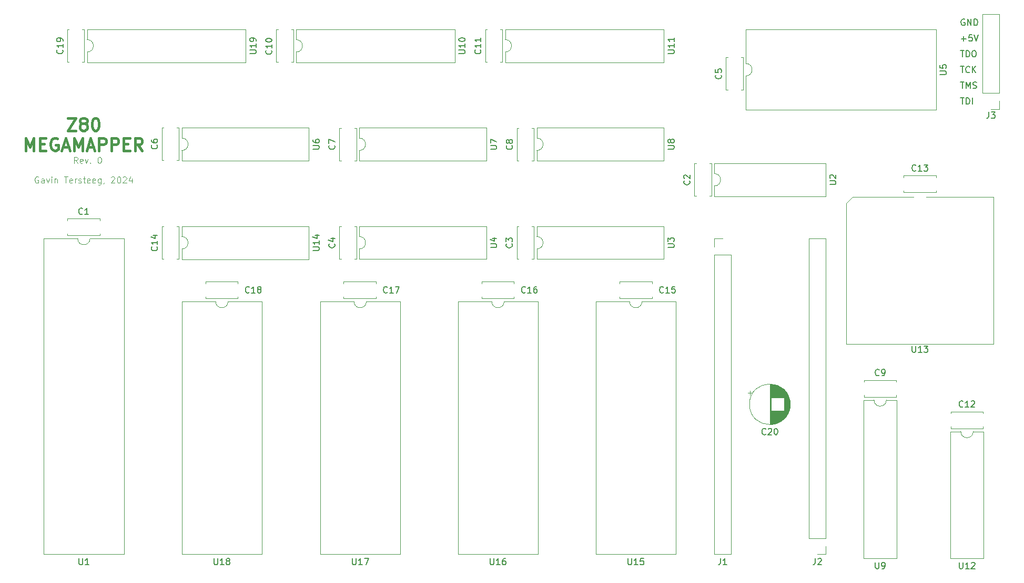
<source format=gbr>
%TF.GenerationSoftware,KiCad,Pcbnew,7.0.7*%
%TF.CreationDate,2024-06-12T19:49:10-05:00*%
%TF.ProjectId,Nabu_MEGAMAPPER,4e616275-5f4d-4454-9741-4d4150504552,rev?*%
%TF.SameCoordinates,Original*%
%TF.FileFunction,Legend,Top*%
%TF.FilePolarity,Positive*%
%FSLAX46Y46*%
G04 Gerber Fmt 4.6, Leading zero omitted, Abs format (unit mm)*
G04 Created by KiCad (PCBNEW 7.0.7) date 2024-06-12 19:49:10*
%MOMM*%
%LPD*%
G01*
G04 APERTURE LIST*
%ADD10C,0.150000*%
%ADD11C,0.125000*%
%ADD12C,0.400000*%
%ADD13C,0.120000*%
G04 APERTURE END LIST*
D10*
X221173922Y-73799819D02*
X221745350Y-73799819D01*
X221459636Y-74799819D02*
X221459636Y-73799819D01*
X222078684Y-74799819D02*
X222078684Y-73799819D01*
X222078684Y-73799819D02*
X222316779Y-73799819D01*
X222316779Y-73799819D02*
X222459636Y-73847438D01*
X222459636Y-73847438D02*
X222554874Y-73942676D01*
X222554874Y-73942676D02*
X222602493Y-74037914D01*
X222602493Y-74037914D02*
X222650112Y-74228390D01*
X222650112Y-74228390D02*
X222650112Y-74371247D01*
X222650112Y-74371247D02*
X222602493Y-74561723D01*
X222602493Y-74561723D02*
X222554874Y-74656961D01*
X222554874Y-74656961D02*
X222459636Y-74752200D01*
X222459636Y-74752200D02*
X222316779Y-74799819D01*
X222316779Y-74799819D02*
X222078684Y-74799819D01*
X223078684Y-74799819D02*
X223078684Y-73799819D01*
X221173922Y-71259819D02*
X221745350Y-71259819D01*
X221459636Y-72259819D02*
X221459636Y-71259819D01*
X222078684Y-72259819D02*
X222078684Y-71259819D01*
X222078684Y-71259819D02*
X222412017Y-71974104D01*
X222412017Y-71974104D02*
X222745350Y-71259819D01*
X222745350Y-71259819D02*
X222745350Y-72259819D01*
X223173922Y-72212200D02*
X223316779Y-72259819D01*
X223316779Y-72259819D02*
X223554874Y-72259819D01*
X223554874Y-72259819D02*
X223650112Y-72212200D01*
X223650112Y-72212200D02*
X223697731Y-72164580D01*
X223697731Y-72164580D02*
X223745350Y-72069342D01*
X223745350Y-72069342D02*
X223745350Y-71974104D01*
X223745350Y-71974104D02*
X223697731Y-71878866D01*
X223697731Y-71878866D02*
X223650112Y-71831247D01*
X223650112Y-71831247D02*
X223554874Y-71783628D01*
X223554874Y-71783628D02*
X223364398Y-71736009D01*
X223364398Y-71736009D02*
X223269160Y-71688390D01*
X223269160Y-71688390D02*
X223221541Y-71640771D01*
X223221541Y-71640771D02*
X223173922Y-71545533D01*
X223173922Y-71545533D02*
X223173922Y-71450295D01*
X223173922Y-71450295D02*
X223221541Y-71355057D01*
X223221541Y-71355057D02*
X223269160Y-71307438D01*
X223269160Y-71307438D02*
X223364398Y-71259819D01*
X223364398Y-71259819D02*
X223602493Y-71259819D01*
X223602493Y-71259819D02*
X223745350Y-71307438D01*
X221173922Y-68719819D02*
X221745350Y-68719819D01*
X221459636Y-69719819D02*
X221459636Y-68719819D01*
X222650112Y-69624580D02*
X222602493Y-69672200D01*
X222602493Y-69672200D02*
X222459636Y-69719819D01*
X222459636Y-69719819D02*
X222364398Y-69719819D01*
X222364398Y-69719819D02*
X222221541Y-69672200D01*
X222221541Y-69672200D02*
X222126303Y-69576961D01*
X222126303Y-69576961D02*
X222078684Y-69481723D01*
X222078684Y-69481723D02*
X222031065Y-69291247D01*
X222031065Y-69291247D02*
X222031065Y-69148390D01*
X222031065Y-69148390D02*
X222078684Y-68957914D01*
X222078684Y-68957914D02*
X222126303Y-68862676D01*
X222126303Y-68862676D02*
X222221541Y-68767438D01*
X222221541Y-68767438D02*
X222364398Y-68719819D01*
X222364398Y-68719819D02*
X222459636Y-68719819D01*
X222459636Y-68719819D02*
X222602493Y-68767438D01*
X222602493Y-68767438D02*
X222650112Y-68815057D01*
X223078684Y-69719819D02*
X223078684Y-68719819D01*
X223650112Y-69719819D02*
X223221541Y-69148390D01*
X223650112Y-68719819D02*
X223078684Y-69291247D01*
X221173922Y-66179819D02*
X221745350Y-66179819D01*
X221459636Y-67179819D02*
X221459636Y-66179819D01*
X222078684Y-67179819D02*
X222078684Y-66179819D01*
X222078684Y-66179819D02*
X222316779Y-66179819D01*
X222316779Y-66179819D02*
X222459636Y-66227438D01*
X222459636Y-66227438D02*
X222554874Y-66322676D01*
X222554874Y-66322676D02*
X222602493Y-66417914D01*
X222602493Y-66417914D02*
X222650112Y-66608390D01*
X222650112Y-66608390D02*
X222650112Y-66751247D01*
X222650112Y-66751247D02*
X222602493Y-66941723D01*
X222602493Y-66941723D02*
X222554874Y-67036961D01*
X222554874Y-67036961D02*
X222459636Y-67132200D01*
X222459636Y-67132200D02*
X222316779Y-67179819D01*
X222316779Y-67179819D02*
X222078684Y-67179819D01*
X223269160Y-66179819D02*
X223459636Y-66179819D01*
X223459636Y-66179819D02*
X223554874Y-66227438D01*
X223554874Y-66227438D02*
X223650112Y-66322676D01*
X223650112Y-66322676D02*
X223697731Y-66513152D01*
X223697731Y-66513152D02*
X223697731Y-66846485D01*
X223697731Y-66846485D02*
X223650112Y-67036961D01*
X223650112Y-67036961D02*
X223554874Y-67132200D01*
X223554874Y-67132200D02*
X223459636Y-67179819D01*
X223459636Y-67179819D02*
X223269160Y-67179819D01*
X223269160Y-67179819D02*
X223173922Y-67132200D01*
X223173922Y-67132200D02*
X223078684Y-67036961D01*
X223078684Y-67036961D02*
X223031065Y-66846485D01*
X223031065Y-66846485D02*
X223031065Y-66513152D01*
X223031065Y-66513152D02*
X223078684Y-66322676D01*
X223078684Y-66322676D02*
X223173922Y-66227438D01*
X223173922Y-66227438D02*
X223269160Y-66179819D01*
X221316779Y-64258866D02*
X222078684Y-64258866D01*
X221697731Y-64639819D02*
X221697731Y-63877914D01*
X223031064Y-63639819D02*
X222554874Y-63639819D01*
X222554874Y-63639819D02*
X222507255Y-64116009D01*
X222507255Y-64116009D02*
X222554874Y-64068390D01*
X222554874Y-64068390D02*
X222650112Y-64020771D01*
X222650112Y-64020771D02*
X222888207Y-64020771D01*
X222888207Y-64020771D02*
X222983445Y-64068390D01*
X222983445Y-64068390D02*
X223031064Y-64116009D01*
X223031064Y-64116009D02*
X223078683Y-64211247D01*
X223078683Y-64211247D02*
X223078683Y-64449342D01*
X223078683Y-64449342D02*
X223031064Y-64544580D01*
X223031064Y-64544580D02*
X222983445Y-64592200D01*
X222983445Y-64592200D02*
X222888207Y-64639819D01*
X222888207Y-64639819D02*
X222650112Y-64639819D01*
X222650112Y-64639819D02*
X222554874Y-64592200D01*
X222554874Y-64592200D02*
X222507255Y-64544580D01*
X223364398Y-63639819D02*
X223697731Y-64639819D01*
X223697731Y-64639819D02*
X224031064Y-63639819D01*
X221840588Y-61147438D02*
X221745350Y-61099819D01*
X221745350Y-61099819D02*
X221602493Y-61099819D01*
X221602493Y-61099819D02*
X221459636Y-61147438D01*
X221459636Y-61147438D02*
X221364398Y-61242676D01*
X221364398Y-61242676D02*
X221316779Y-61337914D01*
X221316779Y-61337914D02*
X221269160Y-61528390D01*
X221269160Y-61528390D02*
X221269160Y-61671247D01*
X221269160Y-61671247D02*
X221316779Y-61861723D01*
X221316779Y-61861723D02*
X221364398Y-61956961D01*
X221364398Y-61956961D02*
X221459636Y-62052200D01*
X221459636Y-62052200D02*
X221602493Y-62099819D01*
X221602493Y-62099819D02*
X221697731Y-62099819D01*
X221697731Y-62099819D02*
X221840588Y-62052200D01*
X221840588Y-62052200D02*
X221888207Y-62004580D01*
X221888207Y-62004580D02*
X221888207Y-61671247D01*
X221888207Y-61671247D02*
X221697731Y-61671247D01*
X222316779Y-62099819D02*
X222316779Y-61099819D01*
X222316779Y-61099819D02*
X222888207Y-62099819D01*
X222888207Y-62099819D02*
X222888207Y-61099819D01*
X223364398Y-62099819D02*
X223364398Y-61099819D01*
X223364398Y-61099819D02*
X223602493Y-61099819D01*
X223602493Y-61099819D02*
X223745350Y-61147438D01*
X223745350Y-61147438D02*
X223840588Y-61242676D01*
X223840588Y-61242676D02*
X223888207Y-61337914D01*
X223888207Y-61337914D02*
X223935826Y-61528390D01*
X223935826Y-61528390D02*
X223935826Y-61671247D01*
X223935826Y-61671247D02*
X223888207Y-61861723D01*
X223888207Y-61861723D02*
X223840588Y-61956961D01*
X223840588Y-61956961D02*
X223745350Y-62052200D01*
X223745350Y-62052200D02*
X223602493Y-62099819D01*
X223602493Y-62099819D02*
X223364398Y-62099819D01*
D11*
X72724284Y-86548738D02*
X72629046Y-86501119D01*
X72629046Y-86501119D02*
X72486189Y-86501119D01*
X72486189Y-86501119D02*
X72343332Y-86548738D01*
X72343332Y-86548738D02*
X72248094Y-86643976D01*
X72248094Y-86643976D02*
X72200475Y-86739214D01*
X72200475Y-86739214D02*
X72152856Y-86929690D01*
X72152856Y-86929690D02*
X72152856Y-87072547D01*
X72152856Y-87072547D02*
X72200475Y-87263023D01*
X72200475Y-87263023D02*
X72248094Y-87358261D01*
X72248094Y-87358261D02*
X72343332Y-87453500D01*
X72343332Y-87453500D02*
X72486189Y-87501119D01*
X72486189Y-87501119D02*
X72581427Y-87501119D01*
X72581427Y-87501119D02*
X72724284Y-87453500D01*
X72724284Y-87453500D02*
X72771903Y-87405880D01*
X72771903Y-87405880D02*
X72771903Y-87072547D01*
X72771903Y-87072547D02*
X72581427Y-87072547D01*
X73629046Y-87501119D02*
X73629046Y-86977309D01*
X73629046Y-86977309D02*
X73581427Y-86882071D01*
X73581427Y-86882071D02*
X73486189Y-86834452D01*
X73486189Y-86834452D02*
X73295713Y-86834452D01*
X73295713Y-86834452D02*
X73200475Y-86882071D01*
X73629046Y-87453500D02*
X73533808Y-87501119D01*
X73533808Y-87501119D02*
X73295713Y-87501119D01*
X73295713Y-87501119D02*
X73200475Y-87453500D01*
X73200475Y-87453500D02*
X73152856Y-87358261D01*
X73152856Y-87358261D02*
X73152856Y-87263023D01*
X73152856Y-87263023D02*
X73200475Y-87167785D01*
X73200475Y-87167785D02*
X73295713Y-87120166D01*
X73295713Y-87120166D02*
X73533808Y-87120166D01*
X73533808Y-87120166D02*
X73629046Y-87072547D01*
X74009999Y-86834452D02*
X74248094Y-87501119D01*
X74248094Y-87501119D02*
X74486189Y-86834452D01*
X74867142Y-87501119D02*
X74867142Y-86834452D01*
X74867142Y-86501119D02*
X74819523Y-86548738D01*
X74819523Y-86548738D02*
X74867142Y-86596357D01*
X74867142Y-86596357D02*
X74914761Y-86548738D01*
X74914761Y-86548738D02*
X74867142Y-86501119D01*
X74867142Y-86501119D02*
X74867142Y-86596357D01*
X75343332Y-86834452D02*
X75343332Y-87501119D01*
X75343332Y-86929690D02*
X75390951Y-86882071D01*
X75390951Y-86882071D02*
X75486189Y-86834452D01*
X75486189Y-86834452D02*
X75629046Y-86834452D01*
X75629046Y-86834452D02*
X75724284Y-86882071D01*
X75724284Y-86882071D02*
X75771903Y-86977309D01*
X75771903Y-86977309D02*
X75771903Y-87501119D01*
X76867142Y-86501119D02*
X77438570Y-86501119D01*
X77152856Y-87501119D02*
X77152856Y-86501119D01*
X78152856Y-87453500D02*
X78057618Y-87501119D01*
X78057618Y-87501119D02*
X77867142Y-87501119D01*
X77867142Y-87501119D02*
X77771904Y-87453500D01*
X77771904Y-87453500D02*
X77724285Y-87358261D01*
X77724285Y-87358261D02*
X77724285Y-86977309D01*
X77724285Y-86977309D02*
X77771904Y-86882071D01*
X77771904Y-86882071D02*
X77867142Y-86834452D01*
X77867142Y-86834452D02*
X78057618Y-86834452D01*
X78057618Y-86834452D02*
X78152856Y-86882071D01*
X78152856Y-86882071D02*
X78200475Y-86977309D01*
X78200475Y-86977309D02*
X78200475Y-87072547D01*
X78200475Y-87072547D02*
X77724285Y-87167785D01*
X78629047Y-87501119D02*
X78629047Y-86834452D01*
X78629047Y-87024928D02*
X78676666Y-86929690D01*
X78676666Y-86929690D02*
X78724285Y-86882071D01*
X78724285Y-86882071D02*
X78819523Y-86834452D01*
X78819523Y-86834452D02*
X78914761Y-86834452D01*
X79200476Y-87453500D02*
X79295714Y-87501119D01*
X79295714Y-87501119D02*
X79486190Y-87501119D01*
X79486190Y-87501119D02*
X79581428Y-87453500D01*
X79581428Y-87453500D02*
X79629047Y-87358261D01*
X79629047Y-87358261D02*
X79629047Y-87310642D01*
X79629047Y-87310642D02*
X79581428Y-87215404D01*
X79581428Y-87215404D02*
X79486190Y-87167785D01*
X79486190Y-87167785D02*
X79343333Y-87167785D01*
X79343333Y-87167785D02*
X79248095Y-87120166D01*
X79248095Y-87120166D02*
X79200476Y-87024928D01*
X79200476Y-87024928D02*
X79200476Y-86977309D01*
X79200476Y-86977309D02*
X79248095Y-86882071D01*
X79248095Y-86882071D02*
X79343333Y-86834452D01*
X79343333Y-86834452D02*
X79486190Y-86834452D01*
X79486190Y-86834452D02*
X79581428Y-86882071D01*
X79914762Y-86834452D02*
X80295714Y-86834452D01*
X80057619Y-86501119D02*
X80057619Y-87358261D01*
X80057619Y-87358261D02*
X80105238Y-87453500D01*
X80105238Y-87453500D02*
X80200476Y-87501119D01*
X80200476Y-87501119D02*
X80295714Y-87501119D01*
X81010000Y-87453500D02*
X80914762Y-87501119D01*
X80914762Y-87501119D02*
X80724286Y-87501119D01*
X80724286Y-87501119D02*
X80629048Y-87453500D01*
X80629048Y-87453500D02*
X80581429Y-87358261D01*
X80581429Y-87358261D02*
X80581429Y-86977309D01*
X80581429Y-86977309D02*
X80629048Y-86882071D01*
X80629048Y-86882071D02*
X80724286Y-86834452D01*
X80724286Y-86834452D02*
X80914762Y-86834452D01*
X80914762Y-86834452D02*
X81010000Y-86882071D01*
X81010000Y-86882071D02*
X81057619Y-86977309D01*
X81057619Y-86977309D02*
X81057619Y-87072547D01*
X81057619Y-87072547D02*
X80581429Y-87167785D01*
X81867143Y-87453500D02*
X81771905Y-87501119D01*
X81771905Y-87501119D02*
X81581429Y-87501119D01*
X81581429Y-87501119D02*
X81486191Y-87453500D01*
X81486191Y-87453500D02*
X81438572Y-87358261D01*
X81438572Y-87358261D02*
X81438572Y-86977309D01*
X81438572Y-86977309D02*
X81486191Y-86882071D01*
X81486191Y-86882071D02*
X81581429Y-86834452D01*
X81581429Y-86834452D02*
X81771905Y-86834452D01*
X81771905Y-86834452D02*
X81867143Y-86882071D01*
X81867143Y-86882071D02*
X81914762Y-86977309D01*
X81914762Y-86977309D02*
X81914762Y-87072547D01*
X81914762Y-87072547D02*
X81438572Y-87167785D01*
X82771905Y-86834452D02*
X82771905Y-87643976D01*
X82771905Y-87643976D02*
X82724286Y-87739214D01*
X82724286Y-87739214D02*
X82676667Y-87786833D01*
X82676667Y-87786833D02*
X82581429Y-87834452D01*
X82581429Y-87834452D02*
X82438572Y-87834452D01*
X82438572Y-87834452D02*
X82343334Y-87786833D01*
X82771905Y-87453500D02*
X82676667Y-87501119D01*
X82676667Y-87501119D02*
X82486191Y-87501119D01*
X82486191Y-87501119D02*
X82390953Y-87453500D01*
X82390953Y-87453500D02*
X82343334Y-87405880D01*
X82343334Y-87405880D02*
X82295715Y-87310642D01*
X82295715Y-87310642D02*
X82295715Y-87024928D01*
X82295715Y-87024928D02*
X82343334Y-86929690D01*
X82343334Y-86929690D02*
X82390953Y-86882071D01*
X82390953Y-86882071D02*
X82486191Y-86834452D01*
X82486191Y-86834452D02*
X82676667Y-86834452D01*
X82676667Y-86834452D02*
X82771905Y-86882071D01*
X83295715Y-87453500D02*
X83295715Y-87501119D01*
X83295715Y-87501119D02*
X83248096Y-87596357D01*
X83248096Y-87596357D02*
X83200477Y-87643976D01*
X84438572Y-86596357D02*
X84486191Y-86548738D01*
X84486191Y-86548738D02*
X84581429Y-86501119D01*
X84581429Y-86501119D02*
X84819524Y-86501119D01*
X84819524Y-86501119D02*
X84914762Y-86548738D01*
X84914762Y-86548738D02*
X84962381Y-86596357D01*
X84962381Y-86596357D02*
X85010000Y-86691595D01*
X85010000Y-86691595D02*
X85010000Y-86786833D01*
X85010000Y-86786833D02*
X84962381Y-86929690D01*
X84962381Y-86929690D02*
X84390953Y-87501119D01*
X84390953Y-87501119D02*
X85010000Y-87501119D01*
X85629048Y-86501119D02*
X85724286Y-86501119D01*
X85724286Y-86501119D02*
X85819524Y-86548738D01*
X85819524Y-86548738D02*
X85867143Y-86596357D01*
X85867143Y-86596357D02*
X85914762Y-86691595D01*
X85914762Y-86691595D02*
X85962381Y-86882071D01*
X85962381Y-86882071D02*
X85962381Y-87120166D01*
X85962381Y-87120166D02*
X85914762Y-87310642D01*
X85914762Y-87310642D02*
X85867143Y-87405880D01*
X85867143Y-87405880D02*
X85819524Y-87453500D01*
X85819524Y-87453500D02*
X85724286Y-87501119D01*
X85724286Y-87501119D02*
X85629048Y-87501119D01*
X85629048Y-87501119D02*
X85533810Y-87453500D01*
X85533810Y-87453500D02*
X85486191Y-87405880D01*
X85486191Y-87405880D02*
X85438572Y-87310642D01*
X85438572Y-87310642D02*
X85390953Y-87120166D01*
X85390953Y-87120166D02*
X85390953Y-86882071D01*
X85390953Y-86882071D02*
X85438572Y-86691595D01*
X85438572Y-86691595D02*
X85486191Y-86596357D01*
X85486191Y-86596357D02*
X85533810Y-86548738D01*
X85533810Y-86548738D02*
X85629048Y-86501119D01*
X86343334Y-86596357D02*
X86390953Y-86548738D01*
X86390953Y-86548738D02*
X86486191Y-86501119D01*
X86486191Y-86501119D02*
X86724286Y-86501119D01*
X86724286Y-86501119D02*
X86819524Y-86548738D01*
X86819524Y-86548738D02*
X86867143Y-86596357D01*
X86867143Y-86596357D02*
X86914762Y-86691595D01*
X86914762Y-86691595D02*
X86914762Y-86786833D01*
X86914762Y-86786833D02*
X86867143Y-86929690D01*
X86867143Y-86929690D02*
X86295715Y-87501119D01*
X86295715Y-87501119D02*
X86914762Y-87501119D01*
X87771905Y-86834452D02*
X87771905Y-87501119D01*
X87533810Y-86453500D02*
X87295715Y-87167785D01*
X87295715Y-87167785D02*
X87914762Y-87167785D01*
X79049761Y-84326119D02*
X78716428Y-83849928D01*
X78478333Y-84326119D02*
X78478333Y-83326119D01*
X78478333Y-83326119D02*
X78859285Y-83326119D01*
X78859285Y-83326119D02*
X78954523Y-83373738D01*
X78954523Y-83373738D02*
X79002142Y-83421357D01*
X79002142Y-83421357D02*
X79049761Y-83516595D01*
X79049761Y-83516595D02*
X79049761Y-83659452D01*
X79049761Y-83659452D02*
X79002142Y-83754690D01*
X79002142Y-83754690D02*
X78954523Y-83802309D01*
X78954523Y-83802309D02*
X78859285Y-83849928D01*
X78859285Y-83849928D02*
X78478333Y-83849928D01*
X79859285Y-84278500D02*
X79764047Y-84326119D01*
X79764047Y-84326119D02*
X79573571Y-84326119D01*
X79573571Y-84326119D02*
X79478333Y-84278500D01*
X79478333Y-84278500D02*
X79430714Y-84183261D01*
X79430714Y-84183261D02*
X79430714Y-83802309D01*
X79430714Y-83802309D02*
X79478333Y-83707071D01*
X79478333Y-83707071D02*
X79573571Y-83659452D01*
X79573571Y-83659452D02*
X79764047Y-83659452D01*
X79764047Y-83659452D02*
X79859285Y-83707071D01*
X79859285Y-83707071D02*
X79906904Y-83802309D01*
X79906904Y-83802309D02*
X79906904Y-83897547D01*
X79906904Y-83897547D02*
X79430714Y-83992785D01*
X80240238Y-83659452D02*
X80478333Y-84326119D01*
X80478333Y-84326119D02*
X80716428Y-83659452D01*
X81097381Y-84230880D02*
X81145000Y-84278500D01*
X81145000Y-84278500D02*
X81097381Y-84326119D01*
X81097381Y-84326119D02*
X81049762Y-84278500D01*
X81049762Y-84278500D02*
X81097381Y-84230880D01*
X81097381Y-84230880D02*
X81097381Y-84326119D01*
X82525952Y-83326119D02*
X82621190Y-83326119D01*
X82621190Y-83326119D02*
X82716428Y-83373738D01*
X82716428Y-83373738D02*
X82764047Y-83421357D01*
X82764047Y-83421357D02*
X82811666Y-83516595D01*
X82811666Y-83516595D02*
X82859285Y-83707071D01*
X82859285Y-83707071D02*
X82859285Y-83945166D01*
X82859285Y-83945166D02*
X82811666Y-84135642D01*
X82811666Y-84135642D02*
X82764047Y-84230880D01*
X82764047Y-84230880D02*
X82716428Y-84278500D01*
X82716428Y-84278500D02*
X82621190Y-84326119D01*
X82621190Y-84326119D02*
X82525952Y-84326119D01*
X82525952Y-84326119D02*
X82430714Y-84278500D01*
X82430714Y-84278500D02*
X82383095Y-84230880D01*
X82383095Y-84230880D02*
X82335476Y-84135642D01*
X82335476Y-84135642D02*
X82287857Y-83945166D01*
X82287857Y-83945166D02*
X82287857Y-83707071D01*
X82287857Y-83707071D02*
X82335476Y-83516595D01*
X82335476Y-83516595D02*
X82383095Y-83421357D01*
X82383095Y-83421357D02*
X82430714Y-83373738D01*
X82430714Y-83373738D02*
X82525952Y-83326119D01*
D12*
X77438571Y-77064438D02*
X78771904Y-77064438D01*
X78771904Y-77064438D02*
X77438571Y-79064438D01*
X77438571Y-79064438D02*
X78771904Y-79064438D01*
X79819523Y-77921580D02*
X79629047Y-77826342D01*
X79629047Y-77826342D02*
X79533809Y-77731104D01*
X79533809Y-77731104D02*
X79438571Y-77540628D01*
X79438571Y-77540628D02*
X79438571Y-77445390D01*
X79438571Y-77445390D02*
X79533809Y-77254914D01*
X79533809Y-77254914D02*
X79629047Y-77159676D01*
X79629047Y-77159676D02*
X79819523Y-77064438D01*
X79819523Y-77064438D02*
X80200476Y-77064438D01*
X80200476Y-77064438D02*
X80390952Y-77159676D01*
X80390952Y-77159676D02*
X80486190Y-77254914D01*
X80486190Y-77254914D02*
X80581428Y-77445390D01*
X80581428Y-77445390D02*
X80581428Y-77540628D01*
X80581428Y-77540628D02*
X80486190Y-77731104D01*
X80486190Y-77731104D02*
X80390952Y-77826342D01*
X80390952Y-77826342D02*
X80200476Y-77921580D01*
X80200476Y-77921580D02*
X79819523Y-77921580D01*
X79819523Y-77921580D02*
X79629047Y-78016819D01*
X79629047Y-78016819D02*
X79533809Y-78112057D01*
X79533809Y-78112057D02*
X79438571Y-78302533D01*
X79438571Y-78302533D02*
X79438571Y-78683485D01*
X79438571Y-78683485D02*
X79533809Y-78873961D01*
X79533809Y-78873961D02*
X79629047Y-78969200D01*
X79629047Y-78969200D02*
X79819523Y-79064438D01*
X79819523Y-79064438D02*
X80200476Y-79064438D01*
X80200476Y-79064438D02*
X80390952Y-78969200D01*
X80390952Y-78969200D02*
X80486190Y-78873961D01*
X80486190Y-78873961D02*
X80581428Y-78683485D01*
X80581428Y-78683485D02*
X80581428Y-78302533D01*
X80581428Y-78302533D02*
X80486190Y-78112057D01*
X80486190Y-78112057D02*
X80390952Y-78016819D01*
X80390952Y-78016819D02*
X80200476Y-77921580D01*
X81819523Y-77064438D02*
X82010000Y-77064438D01*
X82010000Y-77064438D02*
X82200476Y-77159676D01*
X82200476Y-77159676D02*
X82295714Y-77254914D01*
X82295714Y-77254914D02*
X82390952Y-77445390D01*
X82390952Y-77445390D02*
X82486190Y-77826342D01*
X82486190Y-77826342D02*
X82486190Y-78302533D01*
X82486190Y-78302533D02*
X82390952Y-78683485D01*
X82390952Y-78683485D02*
X82295714Y-78873961D01*
X82295714Y-78873961D02*
X82200476Y-78969200D01*
X82200476Y-78969200D02*
X82010000Y-79064438D01*
X82010000Y-79064438D02*
X81819523Y-79064438D01*
X81819523Y-79064438D02*
X81629047Y-78969200D01*
X81629047Y-78969200D02*
X81533809Y-78873961D01*
X81533809Y-78873961D02*
X81438571Y-78683485D01*
X81438571Y-78683485D02*
X81343333Y-78302533D01*
X81343333Y-78302533D02*
X81343333Y-77826342D01*
X81343333Y-77826342D02*
X81438571Y-77445390D01*
X81438571Y-77445390D02*
X81533809Y-77254914D01*
X81533809Y-77254914D02*
X81629047Y-77159676D01*
X81629047Y-77159676D02*
X81819523Y-77064438D01*
X70676666Y-82284438D02*
X70676666Y-80284438D01*
X70676666Y-80284438D02*
X71343333Y-81713009D01*
X71343333Y-81713009D02*
X72009999Y-80284438D01*
X72009999Y-80284438D02*
X72009999Y-82284438D01*
X72962380Y-81236819D02*
X73629047Y-81236819D01*
X73914761Y-82284438D02*
X72962380Y-82284438D01*
X72962380Y-82284438D02*
X72962380Y-80284438D01*
X72962380Y-80284438D02*
X73914761Y-80284438D01*
X75819523Y-80379676D02*
X75629047Y-80284438D01*
X75629047Y-80284438D02*
X75343333Y-80284438D01*
X75343333Y-80284438D02*
X75057618Y-80379676D01*
X75057618Y-80379676D02*
X74867142Y-80570152D01*
X74867142Y-80570152D02*
X74771904Y-80760628D01*
X74771904Y-80760628D02*
X74676666Y-81141580D01*
X74676666Y-81141580D02*
X74676666Y-81427295D01*
X74676666Y-81427295D02*
X74771904Y-81808247D01*
X74771904Y-81808247D02*
X74867142Y-81998723D01*
X74867142Y-81998723D02*
X75057618Y-82189200D01*
X75057618Y-82189200D02*
X75343333Y-82284438D01*
X75343333Y-82284438D02*
X75533809Y-82284438D01*
X75533809Y-82284438D02*
X75819523Y-82189200D01*
X75819523Y-82189200D02*
X75914761Y-82093961D01*
X75914761Y-82093961D02*
X75914761Y-81427295D01*
X75914761Y-81427295D02*
X75533809Y-81427295D01*
X76676666Y-81713009D02*
X77629047Y-81713009D01*
X76486190Y-82284438D02*
X77152856Y-80284438D01*
X77152856Y-80284438D02*
X77819523Y-82284438D01*
X78486190Y-82284438D02*
X78486190Y-80284438D01*
X78486190Y-80284438D02*
X79152857Y-81713009D01*
X79152857Y-81713009D02*
X79819523Y-80284438D01*
X79819523Y-80284438D02*
X79819523Y-82284438D01*
X80676666Y-81713009D02*
X81629047Y-81713009D01*
X80486190Y-82284438D02*
X81152856Y-80284438D01*
X81152856Y-80284438D02*
X81819523Y-82284438D01*
X82486190Y-82284438D02*
X82486190Y-80284438D01*
X82486190Y-80284438D02*
X83248095Y-80284438D01*
X83248095Y-80284438D02*
X83438571Y-80379676D01*
X83438571Y-80379676D02*
X83533809Y-80474914D01*
X83533809Y-80474914D02*
X83629047Y-80665390D01*
X83629047Y-80665390D02*
X83629047Y-80951104D01*
X83629047Y-80951104D02*
X83533809Y-81141580D01*
X83533809Y-81141580D02*
X83438571Y-81236819D01*
X83438571Y-81236819D02*
X83248095Y-81332057D01*
X83248095Y-81332057D02*
X82486190Y-81332057D01*
X84486190Y-82284438D02*
X84486190Y-80284438D01*
X84486190Y-80284438D02*
X85248095Y-80284438D01*
X85248095Y-80284438D02*
X85438571Y-80379676D01*
X85438571Y-80379676D02*
X85533809Y-80474914D01*
X85533809Y-80474914D02*
X85629047Y-80665390D01*
X85629047Y-80665390D02*
X85629047Y-80951104D01*
X85629047Y-80951104D02*
X85533809Y-81141580D01*
X85533809Y-81141580D02*
X85438571Y-81236819D01*
X85438571Y-81236819D02*
X85248095Y-81332057D01*
X85248095Y-81332057D02*
X84486190Y-81332057D01*
X86486190Y-81236819D02*
X87152857Y-81236819D01*
X87438571Y-82284438D02*
X86486190Y-82284438D01*
X86486190Y-82284438D02*
X86486190Y-80284438D01*
X86486190Y-80284438D02*
X87438571Y-80284438D01*
X89438571Y-82284438D02*
X88771904Y-81332057D01*
X88295714Y-82284438D02*
X88295714Y-80284438D01*
X88295714Y-80284438D02*
X89057619Y-80284438D01*
X89057619Y-80284438D02*
X89248095Y-80379676D01*
X89248095Y-80379676D02*
X89343333Y-80474914D01*
X89343333Y-80474914D02*
X89438571Y-80665390D01*
X89438571Y-80665390D02*
X89438571Y-80951104D01*
X89438571Y-80951104D02*
X89343333Y-81141580D01*
X89343333Y-81141580D02*
X89248095Y-81236819D01*
X89248095Y-81236819D02*
X89057619Y-81332057D01*
X89057619Y-81332057D02*
X88295714Y-81332057D01*
D10*
X189837142Y-127994580D02*
X189789523Y-128042200D01*
X189789523Y-128042200D02*
X189646666Y-128089819D01*
X189646666Y-128089819D02*
X189551428Y-128089819D01*
X189551428Y-128089819D02*
X189408571Y-128042200D01*
X189408571Y-128042200D02*
X189313333Y-127946961D01*
X189313333Y-127946961D02*
X189265714Y-127851723D01*
X189265714Y-127851723D02*
X189218095Y-127661247D01*
X189218095Y-127661247D02*
X189218095Y-127518390D01*
X189218095Y-127518390D02*
X189265714Y-127327914D01*
X189265714Y-127327914D02*
X189313333Y-127232676D01*
X189313333Y-127232676D02*
X189408571Y-127137438D01*
X189408571Y-127137438D02*
X189551428Y-127089819D01*
X189551428Y-127089819D02*
X189646666Y-127089819D01*
X189646666Y-127089819D02*
X189789523Y-127137438D01*
X189789523Y-127137438D02*
X189837142Y-127185057D01*
X190218095Y-127185057D02*
X190265714Y-127137438D01*
X190265714Y-127137438D02*
X190360952Y-127089819D01*
X190360952Y-127089819D02*
X190599047Y-127089819D01*
X190599047Y-127089819D02*
X190694285Y-127137438D01*
X190694285Y-127137438D02*
X190741904Y-127185057D01*
X190741904Y-127185057D02*
X190789523Y-127280295D01*
X190789523Y-127280295D02*
X190789523Y-127375533D01*
X190789523Y-127375533D02*
X190741904Y-127518390D01*
X190741904Y-127518390D02*
X190170476Y-128089819D01*
X190170476Y-128089819D02*
X190789523Y-128089819D01*
X191408571Y-127089819D02*
X191503809Y-127089819D01*
X191503809Y-127089819D02*
X191599047Y-127137438D01*
X191599047Y-127137438D02*
X191646666Y-127185057D01*
X191646666Y-127185057D02*
X191694285Y-127280295D01*
X191694285Y-127280295D02*
X191741904Y-127470771D01*
X191741904Y-127470771D02*
X191741904Y-127708866D01*
X191741904Y-127708866D02*
X191694285Y-127899342D01*
X191694285Y-127899342D02*
X191646666Y-127994580D01*
X191646666Y-127994580D02*
X191599047Y-128042200D01*
X191599047Y-128042200D02*
X191503809Y-128089819D01*
X191503809Y-128089819D02*
X191408571Y-128089819D01*
X191408571Y-128089819D02*
X191313333Y-128042200D01*
X191313333Y-128042200D02*
X191265714Y-127994580D01*
X191265714Y-127994580D02*
X191218095Y-127899342D01*
X191218095Y-127899342D02*
X191170476Y-127708866D01*
X191170476Y-127708866D02*
X191170476Y-127470771D01*
X191170476Y-127470771D02*
X191218095Y-127280295D01*
X191218095Y-127280295D02*
X191265714Y-127185057D01*
X191265714Y-127185057D02*
X191313333Y-127137438D01*
X191313333Y-127137438D02*
X191408571Y-127089819D01*
X106764819Y-66653094D02*
X107574342Y-66653094D01*
X107574342Y-66653094D02*
X107669580Y-66605475D01*
X107669580Y-66605475D02*
X107717200Y-66557856D01*
X107717200Y-66557856D02*
X107764819Y-66462618D01*
X107764819Y-66462618D02*
X107764819Y-66272142D01*
X107764819Y-66272142D02*
X107717200Y-66176904D01*
X107717200Y-66176904D02*
X107669580Y-66129285D01*
X107669580Y-66129285D02*
X107574342Y-66081666D01*
X107574342Y-66081666D02*
X106764819Y-66081666D01*
X107764819Y-65081666D02*
X107764819Y-65653094D01*
X107764819Y-65367380D02*
X106764819Y-65367380D01*
X106764819Y-65367380D02*
X106907676Y-65462618D01*
X106907676Y-65462618D02*
X107002914Y-65557856D01*
X107002914Y-65557856D02*
X107050533Y-65653094D01*
X107764819Y-64605475D02*
X107764819Y-64414999D01*
X107764819Y-64414999D02*
X107717200Y-64319761D01*
X107717200Y-64319761D02*
X107669580Y-64272142D01*
X107669580Y-64272142D02*
X107526723Y-64176904D01*
X107526723Y-64176904D02*
X107336247Y-64129285D01*
X107336247Y-64129285D02*
X106955295Y-64129285D01*
X106955295Y-64129285D02*
X106860057Y-64176904D01*
X106860057Y-64176904D02*
X106812438Y-64224523D01*
X106812438Y-64224523D02*
X106764819Y-64319761D01*
X106764819Y-64319761D02*
X106764819Y-64510237D01*
X106764819Y-64510237D02*
X106812438Y-64605475D01*
X106812438Y-64605475D02*
X106860057Y-64653094D01*
X106860057Y-64653094D02*
X106955295Y-64700713D01*
X106955295Y-64700713D02*
X107193390Y-64700713D01*
X107193390Y-64700713D02*
X107288628Y-64653094D01*
X107288628Y-64653094D02*
X107336247Y-64605475D01*
X107336247Y-64605475D02*
X107383866Y-64510237D01*
X107383866Y-64510237D02*
X107383866Y-64319761D01*
X107383866Y-64319761D02*
X107336247Y-64224523D01*
X107336247Y-64224523D02*
X107288628Y-64176904D01*
X107288628Y-64176904D02*
X107193390Y-64129285D01*
X101031905Y-148044819D02*
X101031905Y-148854342D01*
X101031905Y-148854342D02*
X101079524Y-148949580D01*
X101079524Y-148949580D02*
X101127143Y-148997200D01*
X101127143Y-148997200D02*
X101222381Y-149044819D01*
X101222381Y-149044819D02*
X101412857Y-149044819D01*
X101412857Y-149044819D02*
X101508095Y-148997200D01*
X101508095Y-148997200D02*
X101555714Y-148949580D01*
X101555714Y-148949580D02*
X101603333Y-148854342D01*
X101603333Y-148854342D02*
X101603333Y-148044819D01*
X102603333Y-149044819D02*
X102031905Y-149044819D01*
X102317619Y-149044819D02*
X102317619Y-148044819D01*
X102317619Y-148044819D02*
X102222381Y-148187676D01*
X102222381Y-148187676D02*
X102127143Y-148282914D01*
X102127143Y-148282914D02*
X102031905Y-148330533D01*
X103174762Y-148473390D02*
X103079524Y-148425771D01*
X103079524Y-148425771D02*
X103031905Y-148378152D01*
X103031905Y-148378152D02*
X102984286Y-148282914D01*
X102984286Y-148282914D02*
X102984286Y-148235295D01*
X102984286Y-148235295D02*
X103031905Y-148140057D01*
X103031905Y-148140057D02*
X103079524Y-148092438D01*
X103079524Y-148092438D02*
X103174762Y-148044819D01*
X103174762Y-148044819D02*
X103365238Y-148044819D01*
X103365238Y-148044819D02*
X103460476Y-148092438D01*
X103460476Y-148092438D02*
X103508095Y-148140057D01*
X103508095Y-148140057D02*
X103555714Y-148235295D01*
X103555714Y-148235295D02*
X103555714Y-148282914D01*
X103555714Y-148282914D02*
X103508095Y-148378152D01*
X103508095Y-148378152D02*
X103460476Y-148425771D01*
X103460476Y-148425771D02*
X103365238Y-148473390D01*
X103365238Y-148473390D02*
X103174762Y-148473390D01*
X103174762Y-148473390D02*
X103079524Y-148521009D01*
X103079524Y-148521009D02*
X103031905Y-148568628D01*
X103031905Y-148568628D02*
X102984286Y-148663866D01*
X102984286Y-148663866D02*
X102984286Y-148854342D01*
X102984286Y-148854342D02*
X103031905Y-148949580D01*
X103031905Y-148949580D02*
X103079524Y-148997200D01*
X103079524Y-148997200D02*
X103174762Y-149044819D01*
X103174762Y-149044819D02*
X103365238Y-149044819D01*
X103365238Y-149044819D02*
X103460476Y-148997200D01*
X103460476Y-148997200D02*
X103508095Y-148949580D01*
X103508095Y-148949580D02*
X103555714Y-148854342D01*
X103555714Y-148854342D02*
X103555714Y-148663866D01*
X103555714Y-148663866D02*
X103508095Y-148568628D01*
X103508095Y-148568628D02*
X103460476Y-148521009D01*
X103460476Y-148521009D02*
X103365238Y-148473390D01*
X123296905Y-148044819D02*
X123296905Y-148854342D01*
X123296905Y-148854342D02*
X123344524Y-148949580D01*
X123344524Y-148949580D02*
X123392143Y-148997200D01*
X123392143Y-148997200D02*
X123487381Y-149044819D01*
X123487381Y-149044819D02*
X123677857Y-149044819D01*
X123677857Y-149044819D02*
X123773095Y-148997200D01*
X123773095Y-148997200D02*
X123820714Y-148949580D01*
X123820714Y-148949580D02*
X123868333Y-148854342D01*
X123868333Y-148854342D02*
X123868333Y-148044819D01*
X124868333Y-149044819D02*
X124296905Y-149044819D01*
X124582619Y-149044819D02*
X124582619Y-148044819D01*
X124582619Y-148044819D02*
X124487381Y-148187676D01*
X124487381Y-148187676D02*
X124392143Y-148282914D01*
X124392143Y-148282914D02*
X124296905Y-148330533D01*
X125201667Y-148044819D02*
X125868333Y-148044819D01*
X125868333Y-148044819D02*
X125439762Y-149044819D01*
X145481905Y-148044819D02*
X145481905Y-148854342D01*
X145481905Y-148854342D02*
X145529524Y-148949580D01*
X145529524Y-148949580D02*
X145577143Y-148997200D01*
X145577143Y-148997200D02*
X145672381Y-149044819D01*
X145672381Y-149044819D02*
X145862857Y-149044819D01*
X145862857Y-149044819D02*
X145958095Y-148997200D01*
X145958095Y-148997200D02*
X146005714Y-148949580D01*
X146005714Y-148949580D02*
X146053333Y-148854342D01*
X146053333Y-148854342D02*
X146053333Y-148044819D01*
X147053333Y-149044819D02*
X146481905Y-149044819D01*
X146767619Y-149044819D02*
X146767619Y-148044819D01*
X146767619Y-148044819D02*
X146672381Y-148187676D01*
X146672381Y-148187676D02*
X146577143Y-148282914D01*
X146577143Y-148282914D02*
X146481905Y-148330533D01*
X147910476Y-148044819D02*
X147720000Y-148044819D01*
X147720000Y-148044819D02*
X147624762Y-148092438D01*
X147624762Y-148092438D02*
X147577143Y-148140057D01*
X147577143Y-148140057D02*
X147481905Y-148282914D01*
X147481905Y-148282914D02*
X147434286Y-148473390D01*
X147434286Y-148473390D02*
X147434286Y-148854342D01*
X147434286Y-148854342D02*
X147481905Y-148949580D01*
X147481905Y-148949580D02*
X147529524Y-148997200D01*
X147529524Y-148997200D02*
X147624762Y-149044819D01*
X147624762Y-149044819D02*
X147815238Y-149044819D01*
X147815238Y-149044819D02*
X147910476Y-148997200D01*
X147910476Y-148997200D02*
X147958095Y-148949580D01*
X147958095Y-148949580D02*
X148005714Y-148854342D01*
X148005714Y-148854342D02*
X148005714Y-148616247D01*
X148005714Y-148616247D02*
X147958095Y-148521009D01*
X147958095Y-148521009D02*
X147910476Y-148473390D01*
X147910476Y-148473390D02*
X147815238Y-148425771D01*
X147815238Y-148425771D02*
X147624762Y-148425771D01*
X147624762Y-148425771D02*
X147529524Y-148473390D01*
X147529524Y-148473390D02*
X147481905Y-148521009D01*
X147481905Y-148521009D02*
X147434286Y-148616247D01*
X167666905Y-148044819D02*
X167666905Y-148854342D01*
X167666905Y-148854342D02*
X167714524Y-148949580D01*
X167714524Y-148949580D02*
X167762143Y-148997200D01*
X167762143Y-148997200D02*
X167857381Y-149044819D01*
X167857381Y-149044819D02*
X168047857Y-149044819D01*
X168047857Y-149044819D02*
X168143095Y-148997200D01*
X168143095Y-148997200D02*
X168190714Y-148949580D01*
X168190714Y-148949580D02*
X168238333Y-148854342D01*
X168238333Y-148854342D02*
X168238333Y-148044819D01*
X169238333Y-149044819D02*
X168666905Y-149044819D01*
X168952619Y-149044819D02*
X168952619Y-148044819D01*
X168952619Y-148044819D02*
X168857381Y-148187676D01*
X168857381Y-148187676D02*
X168762143Y-148282914D01*
X168762143Y-148282914D02*
X168666905Y-148330533D01*
X170143095Y-148044819D02*
X169666905Y-148044819D01*
X169666905Y-148044819D02*
X169619286Y-148521009D01*
X169619286Y-148521009D02*
X169666905Y-148473390D01*
X169666905Y-148473390D02*
X169762143Y-148425771D01*
X169762143Y-148425771D02*
X170000238Y-148425771D01*
X170000238Y-148425771D02*
X170095476Y-148473390D01*
X170095476Y-148473390D02*
X170143095Y-148521009D01*
X170143095Y-148521009D02*
X170190714Y-148616247D01*
X170190714Y-148616247D02*
X170190714Y-148854342D01*
X170190714Y-148854342D02*
X170143095Y-148949580D01*
X170143095Y-148949580D02*
X170095476Y-148997200D01*
X170095476Y-148997200D02*
X170000238Y-149044819D01*
X170000238Y-149044819D02*
X169762143Y-149044819D01*
X169762143Y-149044819D02*
X169666905Y-148997200D01*
X169666905Y-148997200D02*
X169619286Y-148949580D01*
X116929819Y-98393094D02*
X117739342Y-98393094D01*
X117739342Y-98393094D02*
X117834580Y-98345475D01*
X117834580Y-98345475D02*
X117882200Y-98297856D01*
X117882200Y-98297856D02*
X117929819Y-98202618D01*
X117929819Y-98202618D02*
X117929819Y-98012142D01*
X117929819Y-98012142D02*
X117882200Y-97916904D01*
X117882200Y-97916904D02*
X117834580Y-97869285D01*
X117834580Y-97869285D02*
X117739342Y-97821666D01*
X117739342Y-97821666D02*
X116929819Y-97821666D01*
X117929819Y-96821666D02*
X117929819Y-97393094D01*
X117929819Y-97107380D02*
X116929819Y-97107380D01*
X116929819Y-97107380D02*
X117072676Y-97202618D01*
X117072676Y-97202618D02*
X117167914Y-97297856D01*
X117167914Y-97297856D02*
X117215533Y-97393094D01*
X117263152Y-95964523D02*
X117929819Y-95964523D01*
X116882200Y-96202618D02*
X117596485Y-96440713D01*
X117596485Y-96440713D02*
X117596485Y-95821666D01*
X213391905Y-113794819D02*
X213391905Y-114604342D01*
X213391905Y-114604342D02*
X213439524Y-114699580D01*
X213439524Y-114699580D02*
X213487143Y-114747200D01*
X213487143Y-114747200D02*
X213582381Y-114794819D01*
X213582381Y-114794819D02*
X213772857Y-114794819D01*
X213772857Y-114794819D02*
X213868095Y-114747200D01*
X213868095Y-114747200D02*
X213915714Y-114699580D01*
X213915714Y-114699580D02*
X213963333Y-114604342D01*
X213963333Y-114604342D02*
X213963333Y-113794819D01*
X214963333Y-114794819D02*
X214391905Y-114794819D01*
X214677619Y-114794819D02*
X214677619Y-113794819D01*
X214677619Y-113794819D02*
X214582381Y-113937676D01*
X214582381Y-113937676D02*
X214487143Y-114032914D01*
X214487143Y-114032914D02*
X214391905Y-114080533D01*
X215296667Y-113794819D02*
X215915714Y-113794819D01*
X215915714Y-113794819D02*
X215582381Y-114175771D01*
X215582381Y-114175771D02*
X215725238Y-114175771D01*
X215725238Y-114175771D02*
X215820476Y-114223390D01*
X215820476Y-114223390D02*
X215868095Y-114271009D01*
X215868095Y-114271009D02*
X215915714Y-114366247D01*
X215915714Y-114366247D02*
X215915714Y-114604342D01*
X215915714Y-114604342D02*
X215868095Y-114699580D01*
X215868095Y-114699580D02*
X215820476Y-114747200D01*
X215820476Y-114747200D02*
X215725238Y-114794819D01*
X215725238Y-114794819D02*
X215439524Y-114794819D01*
X215439524Y-114794819D02*
X215344286Y-114747200D01*
X215344286Y-114747200D02*
X215296667Y-114699580D01*
X220981905Y-148684819D02*
X220981905Y-149494342D01*
X220981905Y-149494342D02*
X221029524Y-149589580D01*
X221029524Y-149589580D02*
X221077143Y-149637200D01*
X221077143Y-149637200D02*
X221172381Y-149684819D01*
X221172381Y-149684819D02*
X221362857Y-149684819D01*
X221362857Y-149684819D02*
X221458095Y-149637200D01*
X221458095Y-149637200D02*
X221505714Y-149589580D01*
X221505714Y-149589580D02*
X221553333Y-149494342D01*
X221553333Y-149494342D02*
X221553333Y-148684819D01*
X222553333Y-149684819D02*
X221981905Y-149684819D01*
X222267619Y-149684819D02*
X222267619Y-148684819D01*
X222267619Y-148684819D02*
X222172381Y-148827676D01*
X222172381Y-148827676D02*
X222077143Y-148922914D01*
X222077143Y-148922914D02*
X221981905Y-148970533D01*
X222934286Y-148780057D02*
X222981905Y-148732438D01*
X222981905Y-148732438D02*
X223077143Y-148684819D01*
X223077143Y-148684819D02*
X223315238Y-148684819D01*
X223315238Y-148684819D02*
X223410476Y-148732438D01*
X223410476Y-148732438D02*
X223458095Y-148780057D01*
X223458095Y-148780057D02*
X223505714Y-148875295D01*
X223505714Y-148875295D02*
X223505714Y-148970533D01*
X223505714Y-148970533D02*
X223458095Y-149113390D01*
X223458095Y-149113390D02*
X222886667Y-149684819D01*
X222886667Y-149684819D02*
X223505714Y-149684819D01*
X174079819Y-66643094D02*
X174889342Y-66643094D01*
X174889342Y-66643094D02*
X174984580Y-66595475D01*
X174984580Y-66595475D02*
X175032200Y-66547856D01*
X175032200Y-66547856D02*
X175079819Y-66452618D01*
X175079819Y-66452618D02*
X175079819Y-66262142D01*
X175079819Y-66262142D02*
X175032200Y-66166904D01*
X175032200Y-66166904D02*
X174984580Y-66119285D01*
X174984580Y-66119285D02*
X174889342Y-66071666D01*
X174889342Y-66071666D02*
X174079819Y-66071666D01*
X175079819Y-65071666D02*
X175079819Y-65643094D01*
X175079819Y-65357380D02*
X174079819Y-65357380D01*
X174079819Y-65357380D02*
X174222676Y-65452618D01*
X174222676Y-65452618D02*
X174317914Y-65547856D01*
X174317914Y-65547856D02*
X174365533Y-65643094D01*
X175079819Y-64119285D02*
X175079819Y-64690713D01*
X175079819Y-64404999D02*
X174079819Y-64404999D01*
X174079819Y-64404999D02*
X174222676Y-64500237D01*
X174222676Y-64500237D02*
X174317914Y-64595475D01*
X174317914Y-64595475D02*
X174365533Y-64690713D01*
X140419819Y-66653094D02*
X141229342Y-66653094D01*
X141229342Y-66653094D02*
X141324580Y-66605475D01*
X141324580Y-66605475D02*
X141372200Y-66557856D01*
X141372200Y-66557856D02*
X141419819Y-66462618D01*
X141419819Y-66462618D02*
X141419819Y-66272142D01*
X141419819Y-66272142D02*
X141372200Y-66176904D01*
X141372200Y-66176904D02*
X141324580Y-66129285D01*
X141324580Y-66129285D02*
X141229342Y-66081666D01*
X141229342Y-66081666D02*
X140419819Y-66081666D01*
X141419819Y-65081666D02*
X141419819Y-65653094D01*
X141419819Y-65367380D02*
X140419819Y-65367380D01*
X140419819Y-65367380D02*
X140562676Y-65462618D01*
X140562676Y-65462618D02*
X140657914Y-65557856D01*
X140657914Y-65557856D02*
X140705533Y-65653094D01*
X140419819Y-64462618D02*
X140419819Y-64367380D01*
X140419819Y-64367380D02*
X140467438Y-64272142D01*
X140467438Y-64272142D02*
X140515057Y-64224523D01*
X140515057Y-64224523D02*
X140610295Y-64176904D01*
X140610295Y-64176904D02*
X140800771Y-64129285D01*
X140800771Y-64129285D02*
X141038866Y-64129285D01*
X141038866Y-64129285D02*
X141229342Y-64176904D01*
X141229342Y-64176904D02*
X141324580Y-64224523D01*
X141324580Y-64224523D02*
X141372200Y-64272142D01*
X141372200Y-64272142D02*
X141419819Y-64367380D01*
X141419819Y-64367380D02*
X141419819Y-64462618D01*
X141419819Y-64462618D02*
X141372200Y-64557856D01*
X141372200Y-64557856D02*
X141324580Y-64605475D01*
X141324580Y-64605475D02*
X141229342Y-64653094D01*
X141229342Y-64653094D02*
X141038866Y-64700713D01*
X141038866Y-64700713D02*
X140800771Y-64700713D01*
X140800771Y-64700713D02*
X140610295Y-64653094D01*
X140610295Y-64653094D02*
X140515057Y-64605475D01*
X140515057Y-64605475D02*
X140467438Y-64557856D01*
X140467438Y-64557856D02*
X140419819Y-64462618D01*
X207478095Y-148679819D02*
X207478095Y-149489342D01*
X207478095Y-149489342D02*
X207525714Y-149584580D01*
X207525714Y-149584580D02*
X207573333Y-149632200D01*
X207573333Y-149632200D02*
X207668571Y-149679819D01*
X207668571Y-149679819D02*
X207859047Y-149679819D01*
X207859047Y-149679819D02*
X207954285Y-149632200D01*
X207954285Y-149632200D02*
X208001904Y-149584580D01*
X208001904Y-149584580D02*
X208049523Y-149489342D01*
X208049523Y-149489342D02*
X208049523Y-148679819D01*
X208573333Y-149679819D02*
X208763809Y-149679819D01*
X208763809Y-149679819D02*
X208859047Y-149632200D01*
X208859047Y-149632200D02*
X208906666Y-149584580D01*
X208906666Y-149584580D02*
X209001904Y-149441723D01*
X209001904Y-149441723D02*
X209049523Y-149251247D01*
X209049523Y-149251247D02*
X209049523Y-148870295D01*
X209049523Y-148870295D02*
X209001904Y-148775057D01*
X209001904Y-148775057D02*
X208954285Y-148727438D01*
X208954285Y-148727438D02*
X208859047Y-148679819D01*
X208859047Y-148679819D02*
X208668571Y-148679819D01*
X208668571Y-148679819D02*
X208573333Y-148727438D01*
X208573333Y-148727438D02*
X208525714Y-148775057D01*
X208525714Y-148775057D02*
X208478095Y-148870295D01*
X208478095Y-148870295D02*
X208478095Y-149108390D01*
X208478095Y-149108390D02*
X208525714Y-149203628D01*
X208525714Y-149203628D02*
X208573333Y-149251247D01*
X208573333Y-149251247D02*
X208668571Y-149298866D01*
X208668571Y-149298866D02*
X208859047Y-149298866D01*
X208859047Y-149298866D02*
X208954285Y-149251247D01*
X208954285Y-149251247D02*
X209001904Y-149203628D01*
X209001904Y-149203628D02*
X209049523Y-149108390D01*
X174079819Y-82041904D02*
X174889342Y-82041904D01*
X174889342Y-82041904D02*
X174984580Y-81994285D01*
X174984580Y-81994285D02*
X175032200Y-81946666D01*
X175032200Y-81946666D02*
X175079819Y-81851428D01*
X175079819Y-81851428D02*
X175079819Y-81660952D01*
X175079819Y-81660952D02*
X175032200Y-81565714D01*
X175032200Y-81565714D02*
X174984580Y-81518095D01*
X174984580Y-81518095D02*
X174889342Y-81470476D01*
X174889342Y-81470476D02*
X174079819Y-81470476D01*
X174508390Y-80851428D02*
X174460771Y-80946666D01*
X174460771Y-80946666D02*
X174413152Y-80994285D01*
X174413152Y-80994285D02*
X174317914Y-81041904D01*
X174317914Y-81041904D02*
X174270295Y-81041904D01*
X174270295Y-81041904D02*
X174175057Y-80994285D01*
X174175057Y-80994285D02*
X174127438Y-80946666D01*
X174127438Y-80946666D02*
X174079819Y-80851428D01*
X174079819Y-80851428D02*
X174079819Y-80660952D01*
X174079819Y-80660952D02*
X174127438Y-80565714D01*
X174127438Y-80565714D02*
X174175057Y-80518095D01*
X174175057Y-80518095D02*
X174270295Y-80470476D01*
X174270295Y-80470476D02*
X174317914Y-80470476D01*
X174317914Y-80470476D02*
X174413152Y-80518095D01*
X174413152Y-80518095D02*
X174460771Y-80565714D01*
X174460771Y-80565714D02*
X174508390Y-80660952D01*
X174508390Y-80660952D02*
X174508390Y-80851428D01*
X174508390Y-80851428D02*
X174556009Y-80946666D01*
X174556009Y-80946666D02*
X174603628Y-80994285D01*
X174603628Y-80994285D02*
X174698866Y-81041904D01*
X174698866Y-81041904D02*
X174889342Y-81041904D01*
X174889342Y-81041904D02*
X174984580Y-80994285D01*
X174984580Y-80994285D02*
X175032200Y-80946666D01*
X175032200Y-80946666D02*
X175079819Y-80851428D01*
X175079819Y-80851428D02*
X175079819Y-80660952D01*
X175079819Y-80660952D02*
X175032200Y-80565714D01*
X175032200Y-80565714D02*
X174984580Y-80518095D01*
X174984580Y-80518095D02*
X174889342Y-80470476D01*
X174889342Y-80470476D02*
X174698866Y-80470476D01*
X174698866Y-80470476D02*
X174603628Y-80518095D01*
X174603628Y-80518095D02*
X174556009Y-80565714D01*
X174556009Y-80565714D02*
X174508390Y-80660952D01*
X145504819Y-82041904D02*
X146314342Y-82041904D01*
X146314342Y-82041904D02*
X146409580Y-81994285D01*
X146409580Y-81994285D02*
X146457200Y-81946666D01*
X146457200Y-81946666D02*
X146504819Y-81851428D01*
X146504819Y-81851428D02*
X146504819Y-81660952D01*
X146504819Y-81660952D02*
X146457200Y-81565714D01*
X146457200Y-81565714D02*
X146409580Y-81518095D01*
X146409580Y-81518095D02*
X146314342Y-81470476D01*
X146314342Y-81470476D02*
X145504819Y-81470476D01*
X145504819Y-81089523D02*
X145504819Y-80422857D01*
X145504819Y-80422857D02*
X146504819Y-80851428D01*
X116929819Y-82041904D02*
X117739342Y-82041904D01*
X117739342Y-82041904D02*
X117834580Y-81994285D01*
X117834580Y-81994285D02*
X117882200Y-81946666D01*
X117882200Y-81946666D02*
X117929819Y-81851428D01*
X117929819Y-81851428D02*
X117929819Y-81660952D01*
X117929819Y-81660952D02*
X117882200Y-81565714D01*
X117882200Y-81565714D02*
X117834580Y-81518095D01*
X117834580Y-81518095D02*
X117739342Y-81470476D01*
X117739342Y-81470476D02*
X116929819Y-81470476D01*
X116929819Y-80565714D02*
X116929819Y-80756190D01*
X116929819Y-80756190D02*
X116977438Y-80851428D01*
X116977438Y-80851428D02*
X117025057Y-80899047D01*
X117025057Y-80899047D02*
X117167914Y-80994285D01*
X117167914Y-80994285D02*
X117358390Y-81041904D01*
X117358390Y-81041904D02*
X117739342Y-81041904D01*
X117739342Y-81041904D02*
X117834580Y-80994285D01*
X117834580Y-80994285D02*
X117882200Y-80946666D01*
X117882200Y-80946666D02*
X117929819Y-80851428D01*
X117929819Y-80851428D02*
X117929819Y-80660952D01*
X117929819Y-80660952D02*
X117882200Y-80565714D01*
X117882200Y-80565714D02*
X117834580Y-80518095D01*
X117834580Y-80518095D02*
X117739342Y-80470476D01*
X117739342Y-80470476D02*
X117501247Y-80470476D01*
X117501247Y-80470476D02*
X117406009Y-80518095D01*
X117406009Y-80518095D02*
X117358390Y-80565714D01*
X117358390Y-80565714D02*
X117310771Y-80660952D01*
X117310771Y-80660952D02*
X117310771Y-80851428D01*
X117310771Y-80851428D02*
X117358390Y-80946666D01*
X117358390Y-80946666D02*
X117406009Y-80994285D01*
X117406009Y-80994285D02*
X117501247Y-81041904D01*
X217889819Y-70016904D02*
X218699342Y-70016904D01*
X218699342Y-70016904D02*
X218794580Y-69969285D01*
X218794580Y-69969285D02*
X218842200Y-69921666D01*
X218842200Y-69921666D02*
X218889819Y-69826428D01*
X218889819Y-69826428D02*
X218889819Y-69635952D01*
X218889819Y-69635952D02*
X218842200Y-69540714D01*
X218842200Y-69540714D02*
X218794580Y-69493095D01*
X218794580Y-69493095D02*
X218699342Y-69445476D01*
X218699342Y-69445476D02*
X217889819Y-69445476D01*
X217889819Y-68493095D02*
X217889819Y-68969285D01*
X217889819Y-68969285D02*
X218366009Y-69016904D01*
X218366009Y-69016904D02*
X218318390Y-68969285D01*
X218318390Y-68969285D02*
X218270771Y-68874047D01*
X218270771Y-68874047D02*
X218270771Y-68635952D01*
X218270771Y-68635952D02*
X218318390Y-68540714D01*
X218318390Y-68540714D02*
X218366009Y-68493095D01*
X218366009Y-68493095D02*
X218461247Y-68445476D01*
X218461247Y-68445476D02*
X218699342Y-68445476D01*
X218699342Y-68445476D02*
X218794580Y-68493095D01*
X218794580Y-68493095D02*
X218842200Y-68540714D01*
X218842200Y-68540714D02*
X218889819Y-68635952D01*
X218889819Y-68635952D02*
X218889819Y-68874047D01*
X218889819Y-68874047D02*
X218842200Y-68969285D01*
X218842200Y-68969285D02*
X218794580Y-69016904D01*
X145504819Y-97906904D02*
X146314342Y-97906904D01*
X146314342Y-97906904D02*
X146409580Y-97859285D01*
X146409580Y-97859285D02*
X146457200Y-97811666D01*
X146457200Y-97811666D02*
X146504819Y-97716428D01*
X146504819Y-97716428D02*
X146504819Y-97525952D01*
X146504819Y-97525952D02*
X146457200Y-97430714D01*
X146457200Y-97430714D02*
X146409580Y-97383095D01*
X146409580Y-97383095D02*
X146314342Y-97335476D01*
X146314342Y-97335476D02*
X145504819Y-97335476D01*
X145838152Y-96430714D02*
X146504819Y-96430714D01*
X145457200Y-96668809D02*
X146171485Y-96906904D01*
X146171485Y-96906904D02*
X146171485Y-96287857D01*
X174064819Y-97906904D02*
X174874342Y-97906904D01*
X174874342Y-97906904D02*
X174969580Y-97859285D01*
X174969580Y-97859285D02*
X175017200Y-97811666D01*
X175017200Y-97811666D02*
X175064819Y-97716428D01*
X175064819Y-97716428D02*
X175064819Y-97525952D01*
X175064819Y-97525952D02*
X175017200Y-97430714D01*
X175017200Y-97430714D02*
X174969580Y-97383095D01*
X174969580Y-97383095D02*
X174874342Y-97335476D01*
X174874342Y-97335476D02*
X174064819Y-97335476D01*
X174064819Y-96954523D02*
X174064819Y-96335476D01*
X174064819Y-96335476D02*
X174445771Y-96668809D01*
X174445771Y-96668809D02*
X174445771Y-96525952D01*
X174445771Y-96525952D02*
X174493390Y-96430714D01*
X174493390Y-96430714D02*
X174541009Y-96383095D01*
X174541009Y-96383095D02*
X174636247Y-96335476D01*
X174636247Y-96335476D02*
X174874342Y-96335476D01*
X174874342Y-96335476D02*
X174969580Y-96383095D01*
X174969580Y-96383095D02*
X175017200Y-96430714D01*
X175017200Y-96430714D02*
X175064819Y-96525952D01*
X175064819Y-96525952D02*
X175064819Y-96811666D01*
X175064819Y-96811666D02*
X175017200Y-96906904D01*
X175017200Y-96906904D02*
X174969580Y-96954523D01*
X200114819Y-87756904D02*
X200924342Y-87756904D01*
X200924342Y-87756904D02*
X201019580Y-87709285D01*
X201019580Y-87709285D02*
X201067200Y-87661666D01*
X201067200Y-87661666D02*
X201114819Y-87566428D01*
X201114819Y-87566428D02*
X201114819Y-87375952D01*
X201114819Y-87375952D02*
X201067200Y-87280714D01*
X201067200Y-87280714D02*
X201019580Y-87233095D01*
X201019580Y-87233095D02*
X200924342Y-87185476D01*
X200924342Y-87185476D02*
X200114819Y-87185476D01*
X200210057Y-86756904D02*
X200162438Y-86709285D01*
X200162438Y-86709285D02*
X200114819Y-86614047D01*
X200114819Y-86614047D02*
X200114819Y-86375952D01*
X200114819Y-86375952D02*
X200162438Y-86280714D01*
X200162438Y-86280714D02*
X200210057Y-86233095D01*
X200210057Y-86233095D02*
X200305295Y-86185476D01*
X200305295Y-86185476D02*
X200400533Y-86185476D01*
X200400533Y-86185476D02*
X200543390Y-86233095D01*
X200543390Y-86233095D02*
X201114819Y-86804523D01*
X201114819Y-86804523D02*
X201114819Y-86185476D01*
X79288095Y-148044819D02*
X79288095Y-148854342D01*
X79288095Y-148854342D02*
X79335714Y-148949580D01*
X79335714Y-148949580D02*
X79383333Y-148997200D01*
X79383333Y-148997200D02*
X79478571Y-149044819D01*
X79478571Y-149044819D02*
X79669047Y-149044819D01*
X79669047Y-149044819D02*
X79764285Y-148997200D01*
X79764285Y-148997200D02*
X79811904Y-148949580D01*
X79811904Y-148949580D02*
X79859523Y-148854342D01*
X79859523Y-148854342D02*
X79859523Y-148044819D01*
X80859523Y-149044819D02*
X80288095Y-149044819D01*
X80573809Y-149044819D02*
X80573809Y-148044819D01*
X80573809Y-148044819D02*
X80478571Y-148187676D01*
X80478571Y-148187676D02*
X80383333Y-148282914D01*
X80383333Y-148282914D02*
X80288095Y-148330533D01*
X225726666Y-76079819D02*
X225726666Y-76794104D01*
X225726666Y-76794104D02*
X225679047Y-76936961D01*
X225679047Y-76936961D02*
X225583809Y-77032200D01*
X225583809Y-77032200D02*
X225440952Y-77079819D01*
X225440952Y-77079819D02*
X225345714Y-77079819D01*
X226107619Y-76079819D02*
X226726666Y-76079819D01*
X226726666Y-76079819D02*
X226393333Y-76460771D01*
X226393333Y-76460771D02*
X226536190Y-76460771D01*
X226536190Y-76460771D02*
X226631428Y-76508390D01*
X226631428Y-76508390D02*
X226679047Y-76556009D01*
X226679047Y-76556009D02*
X226726666Y-76651247D01*
X226726666Y-76651247D02*
X226726666Y-76889342D01*
X226726666Y-76889342D02*
X226679047Y-76984580D01*
X226679047Y-76984580D02*
X226631428Y-77032200D01*
X226631428Y-77032200D02*
X226536190Y-77079819D01*
X226536190Y-77079819D02*
X226250476Y-77079819D01*
X226250476Y-77079819D02*
X226155238Y-77032200D01*
X226155238Y-77032200D02*
X226107619Y-76984580D01*
X197786666Y-148044819D02*
X197786666Y-148759104D01*
X197786666Y-148759104D02*
X197739047Y-148901961D01*
X197739047Y-148901961D02*
X197643809Y-148997200D01*
X197643809Y-148997200D02*
X197500952Y-149044819D01*
X197500952Y-149044819D02*
X197405714Y-149044819D01*
X198215238Y-148140057D02*
X198262857Y-148092438D01*
X198262857Y-148092438D02*
X198358095Y-148044819D01*
X198358095Y-148044819D02*
X198596190Y-148044819D01*
X198596190Y-148044819D02*
X198691428Y-148092438D01*
X198691428Y-148092438D02*
X198739047Y-148140057D01*
X198739047Y-148140057D02*
X198786666Y-148235295D01*
X198786666Y-148235295D02*
X198786666Y-148330533D01*
X198786666Y-148330533D02*
X198739047Y-148473390D01*
X198739047Y-148473390D02*
X198167619Y-149044819D01*
X198167619Y-149044819D02*
X198786666Y-149044819D01*
X182546666Y-148044819D02*
X182546666Y-148759104D01*
X182546666Y-148759104D02*
X182499047Y-148901961D01*
X182499047Y-148901961D02*
X182403809Y-148997200D01*
X182403809Y-148997200D02*
X182260952Y-149044819D01*
X182260952Y-149044819D02*
X182165714Y-149044819D01*
X183546666Y-149044819D02*
X182975238Y-149044819D01*
X183260952Y-149044819D02*
X183260952Y-148044819D01*
X183260952Y-148044819D02*
X183165714Y-148187676D01*
X183165714Y-148187676D02*
X183070476Y-148282914D01*
X183070476Y-148282914D02*
X182975238Y-148330533D01*
X76594580Y-66057857D02*
X76642200Y-66105476D01*
X76642200Y-66105476D02*
X76689819Y-66248333D01*
X76689819Y-66248333D02*
X76689819Y-66343571D01*
X76689819Y-66343571D02*
X76642200Y-66486428D01*
X76642200Y-66486428D02*
X76546961Y-66581666D01*
X76546961Y-66581666D02*
X76451723Y-66629285D01*
X76451723Y-66629285D02*
X76261247Y-66676904D01*
X76261247Y-66676904D02*
X76118390Y-66676904D01*
X76118390Y-66676904D02*
X75927914Y-66629285D01*
X75927914Y-66629285D02*
X75832676Y-66581666D01*
X75832676Y-66581666D02*
X75737438Y-66486428D01*
X75737438Y-66486428D02*
X75689819Y-66343571D01*
X75689819Y-66343571D02*
X75689819Y-66248333D01*
X75689819Y-66248333D02*
X75737438Y-66105476D01*
X75737438Y-66105476D02*
X75785057Y-66057857D01*
X76689819Y-65105476D02*
X76689819Y-65676904D01*
X76689819Y-65391190D02*
X75689819Y-65391190D01*
X75689819Y-65391190D02*
X75832676Y-65486428D01*
X75832676Y-65486428D02*
X75927914Y-65581666D01*
X75927914Y-65581666D02*
X75975533Y-65676904D01*
X76689819Y-64629285D02*
X76689819Y-64438809D01*
X76689819Y-64438809D02*
X76642200Y-64343571D01*
X76642200Y-64343571D02*
X76594580Y-64295952D01*
X76594580Y-64295952D02*
X76451723Y-64200714D01*
X76451723Y-64200714D02*
X76261247Y-64153095D01*
X76261247Y-64153095D02*
X75880295Y-64153095D01*
X75880295Y-64153095D02*
X75785057Y-64200714D01*
X75785057Y-64200714D02*
X75737438Y-64248333D01*
X75737438Y-64248333D02*
X75689819Y-64343571D01*
X75689819Y-64343571D02*
X75689819Y-64534047D01*
X75689819Y-64534047D02*
X75737438Y-64629285D01*
X75737438Y-64629285D02*
X75785057Y-64676904D01*
X75785057Y-64676904D02*
X75880295Y-64724523D01*
X75880295Y-64724523D02*
X76118390Y-64724523D01*
X76118390Y-64724523D02*
X76213628Y-64676904D01*
X76213628Y-64676904D02*
X76261247Y-64629285D01*
X76261247Y-64629285D02*
X76308866Y-64534047D01*
X76308866Y-64534047D02*
X76308866Y-64343571D01*
X76308866Y-64343571D02*
X76261247Y-64248333D01*
X76261247Y-64248333D02*
X76213628Y-64200714D01*
X76213628Y-64200714D02*
X76118390Y-64153095D01*
X106672142Y-105134580D02*
X106624523Y-105182200D01*
X106624523Y-105182200D02*
X106481666Y-105229819D01*
X106481666Y-105229819D02*
X106386428Y-105229819D01*
X106386428Y-105229819D02*
X106243571Y-105182200D01*
X106243571Y-105182200D02*
X106148333Y-105086961D01*
X106148333Y-105086961D02*
X106100714Y-104991723D01*
X106100714Y-104991723D02*
X106053095Y-104801247D01*
X106053095Y-104801247D02*
X106053095Y-104658390D01*
X106053095Y-104658390D02*
X106100714Y-104467914D01*
X106100714Y-104467914D02*
X106148333Y-104372676D01*
X106148333Y-104372676D02*
X106243571Y-104277438D01*
X106243571Y-104277438D02*
X106386428Y-104229819D01*
X106386428Y-104229819D02*
X106481666Y-104229819D01*
X106481666Y-104229819D02*
X106624523Y-104277438D01*
X106624523Y-104277438D02*
X106672142Y-104325057D01*
X107624523Y-105229819D02*
X107053095Y-105229819D01*
X107338809Y-105229819D02*
X107338809Y-104229819D01*
X107338809Y-104229819D02*
X107243571Y-104372676D01*
X107243571Y-104372676D02*
X107148333Y-104467914D01*
X107148333Y-104467914D02*
X107053095Y-104515533D01*
X108195952Y-104658390D02*
X108100714Y-104610771D01*
X108100714Y-104610771D02*
X108053095Y-104563152D01*
X108053095Y-104563152D02*
X108005476Y-104467914D01*
X108005476Y-104467914D02*
X108005476Y-104420295D01*
X108005476Y-104420295D02*
X108053095Y-104325057D01*
X108053095Y-104325057D02*
X108100714Y-104277438D01*
X108100714Y-104277438D02*
X108195952Y-104229819D01*
X108195952Y-104229819D02*
X108386428Y-104229819D01*
X108386428Y-104229819D02*
X108481666Y-104277438D01*
X108481666Y-104277438D02*
X108529285Y-104325057D01*
X108529285Y-104325057D02*
X108576904Y-104420295D01*
X108576904Y-104420295D02*
X108576904Y-104467914D01*
X108576904Y-104467914D02*
X108529285Y-104563152D01*
X108529285Y-104563152D02*
X108481666Y-104610771D01*
X108481666Y-104610771D02*
X108386428Y-104658390D01*
X108386428Y-104658390D02*
X108195952Y-104658390D01*
X108195952Y-104658390D02*
X108100714Y-104706009D01*
X108100714Y-104706009D02*
X108053095Y-104753628D01*
X108053095Y-104753628D02*
X108005476Y-104848866D01*
X108005476Y-104848866D02*
X108005476Y-105039342D01*
X108005476Y-105039342D02*
X108053095Y-105134580D01*
X108053095Y-105134580D02*
X108100714Y-105182200D01*
X108100714Y-105182200D02*
X108195952Y-105229819D01*
X108195952Y-105229819D02*
X108386428Y-105229819D01*
X108386428Y-105229819D02*
X108481666Y-105182200D01*
X108481666Y-105182200D02*
X108529285Y-105134580D01*
X108529285Y-105134580D02*
X108576904Y-105039342D01*
X108576904Y-105039342D02*
X108576904Y-104848866D01*
X108576904Y-104848866D02*
X108529285Y-104753628D01*
X108529285Y-104753628D02*
X108481666Y-104706009D01*
X108481666Y-104706009D02*
X108386428Y-104658390D01*
X128897142Y-105134580D02*
X128849523Y-105182200D01*
X128849523Y-105182200D02*
X128706666Y-105229819D01*
X128706666Y-105229819D02*
X128611428Y-105229819D01*
X128611428Y-105229819D02*
X128468571Y-105182200D01*
X128468571Y-105182200D02*
X128373333Y-105086961D01*
X128373333Y-105086961D02*
X128325714Y-104991723D01*
X128325714Y-104991723D02*
X128278095Y-104801247D01*
X128278095Y-104801247D02*
X128278095Y-104658390D01*
X128278095Y-104658390D02*
X128325714Y-104467914D01*
X128325714Y-104467914D02*
X128373333Y-104372676D01*
X128373333Y-104372676D02*
X128468571Y-104277438D01*
X128468571Y-104277438D02*
X128611428Y-104229819D01*
X128611428Y-104229819D02*
X128706666Y-104229819D01*
X128706666Y-104229819D02*
X128849523Y-104277438D01*
X128849523Y-104277438D02*
X128897142Y-104325057D01*
X129849523Y-105229819D02*
X129278095Y-105229819D01*
X129563809Y-105229819D02*
X129563809Y-104229819D01*
X129563809Y-104229819D02*
X129468571Y-104372676D01*
X129468571Y-104372676D02*
X129373333Y-104467914D01*
X129373333Y-104467914D02*
X129278095Y-104515533D01*
X130182857Y-104229819D02*
X130849523Y-104229819D01*
X130849523Y-104229819D02*
X130420952Y-105229819D01*
X151122142Y-105134580D02*
X151074523Y-105182200D01*
X151074523Y-105182200D02*
X150931666Y-105229819D01*
X150931666Y-105229819D02*
X150836428Y-105229819D01*
X150836428Y-105229819D02*
X150693571Y-105182200D01*
X150693571Y-105182200D02*
X150598333Y-105086961D01*
X150598333Y-105086961D02*
X150550714Y-104991723D01*
X150550714Y-104991723D02*
X150503095Y-104801247D01*
X150503095Y-104801247D02*
X150503095Y-104658390D01*
X150503095Y-104658390D02*
X150550714Y-104467914D01*
X150550714Y-104467914D02*
X150598333Y-104372676D01*
X150598333Y-104372676D02*
X150693571Y-104277438D01*
X150693571Y-104277438D02*
X150836428Y-104229819D01*
X150836428Y-104229819D02*
X150931666Y-104229819D01*
X150931666Y-104229819D02*
X151074523Y-104277438D01*
X151074523Y-104277438D02*
X151122142Y-104325057D01*
X152074523Y-105229819D02*
X151503095Y-105229819D01*
X151788809Y-105229819D02*
X151788809Y-104229819D01*
X151788809Y-104229819D02*
X151693571Y-104372676D01*
X151693571Y-104372676D02*
X151598333Y-104467914D01*
X151598333Y-104467914D02*
X151503095Y-104515533D01*
X152931666Y-104229819D02*
X152741190Y-104229819D01*
X152741190Y-104229819D02*
X152645952Y-104277438D01*
X152645952Y-104277438D02*
X152598333Y-104325057D01*
X152598333Y-104325057D02*
X152503095Y-104467914D01*
X152503095Y-104467914D02*
X152455476Y-104658390D01*
X152455476Y-104658390D02*
X152455476Y-105039342D01*
X152455476Y-105039342D02*
X152503095Y-105134580D01*
X152503095Y-105134580D02*
X152550714Y-105182200D01*
X152550714Y-105182200D02*
X152645952Y-105229819D01*
X152645952Y-105229819D02*
X152836428Y-105229819D01*
X152836428Y-105229819D02*
X152931666Y-105182200D01*
X152931666Y-105182200D02*
X152979285Y-105134580D01*
X152979285Y-105134580D02*
X153026904Y-105039342D01*
X153026904Y-105039342D02*
X153026904Y-104801247D01*
X153026904Y-104801247D02*
X152979285Y-104706009D01*
X152979285Y-104706009D02*
X152931666Y-104658390D01*
X152931666Y-104658390D02*
X152836428Y-104610771D01*
X152836428Y-104610771D02*
X152645952Y-104610771D01*
X152645952Y-104610771D02*
X152550714Y-104658390D01*
X152550714Y-104658390D02*
X152503095Y-104706009D01*
X152503095Y-104706009D02*
X152455476Y-104801247D01*
X173347142Y-105134580D02*
X173299523Y-105182200D01*
X173299523Y-105182200D02*
X173156666Y-105229819D01*
X173156666Y-105229819D02*
X173061428Y-105229819D01*
X173061428Y-105229819D02*
X172918571Y-105182200D01*
X172918571Y-105182200D02*
X172823333Y-105086961D01*
X172823333Y-105086961D02*
X172775714Y-104991723D01*
X172775714Y-104991723D02*
X172728095Y-104801247D01*
X172728095Y-104801247D02*
X172728095Y-104658390D01*
X172728095Y-104658390D02*
X172775714Y-104467914D01*
X172775714Y-104467914D02*
X172823333Y-104372676D01*
X172823333Y-104372676D02*
X172918571Y-104277438D01*
X172918571Y-104277438D02*
X173061428Y-104229819D01*
X173061428Y-104229819D02*
X173156666Y-104229819D01*
X173156666Y-104229819D02*
X173299523Y-104277438D01*
X173299523Y-104277438D02*
X173347142Y-104325057D01*
X174299523Y-105229819D02*
X173728095Y-105229819D01*
X174013809Y-105229819D02*
X174013809Y-104229819D01*
X174013809Y-104229819D02*
X173918571Y-104372676D01*
X173918571Y-104372676D02*
X173823333Y-104467914D01*
X173823333Y-104467914D02*
X173728095Y-104515533D01*
X175204285Y-104229819D02*
X174728095Y-104229819D01*
X174728095Y-104229819D02*
X174680476Y-104706009D01*
X174680476Y-104706009D02*
X174728095Y-104658390D01*
X174728095Y-104658390D02*
X174823333Y-104610771D01*
X174823333Y-104610771D02*
X175061428Y-104610771D01*
X175061428Y-104610771D02*
X175156666Y-104658390D01*
X175156666Y-104658390D02*
X175204285Y-104706009D01*
X175204285Y-104706009D02*
X175251904Y-104801247D01*
X175251904Y-104801247D02*
X175251904Y-105039342D01*
X175251904Y-105039342D02*
X175204285Y-105134580D01*
X175204285Y-105134580D02*
X175156666Y-105182200D01*
X175156666Y-105182200D02*
X175061428Y-105229819D01*
X175061428Y-105229819D02*
X174823333Y-105229819D01*
X174823333Y-105229819D02*
X174728095Y-105182200D01*
X174728095Y-105182200D02*
X174680476Y-105134580D01*
X91799580Y-97797857D02*
X91847200Y-97845476D01*
X91847200Y-97845476D02*
X91894819Y-97988333D01*
X91894819Y-97988333D02*
X91894819Y-98083571D01*
X91894819Y-98083571D02*
X91847200Y-98226428D01*
X91847200Y-98226428D02*
X91751961Y-98321666D01*
X91751961Y-98321666D02*
X91656723Y-98369285D01*
X91656723Y-98369285D02*
X91466247Y-98416904D01*
X91466247Y-98416904D02*
X91323390Y-98416904D01*
X91323390Y-98416904D02*
X91132914Y-98369285D01*
X91132914Y-98369285D02*
X91037676Y-98321666D01*
X91037676Y-98321666D02*
X90942438Y-98226428D01*
X90942438Y-98226428D02*
X90894819Y-98083571D01*
X90894819Y-98083571D02*
X90894819Y-97988333D01*
X90894819Y-97988333D02*
X90942438Y-97845476D01*
X90942438Y-97845476D02*
X90990057Y-97797857D01*
X91894819Y-96845476D02*
X91894819Y-97416904D01*
X91894819Y-97131190D02*
X90894819Y-97131190D01*
X90894819Y-97131190D02*
X91037676Y-97226428D01*
X91037676Y-97226428D02*
X91132914Y-97321666D01*
X91132914Y-97321666D02*
X91180533Y-97416904D01*
X91228152Y-95988333D02*
X91894819Y-95988333D01*
X90847200Y-96226428D02*
X91561485Y-96464523D01*
X91561485Y-96464523D02*
X91561485Y-95845476D01*
X213987142Y-85489580D02*
X213939523Y-85537200D01*
X213939523Y-85537200D02*
X213796666Y-85584819D01*
X213796666Y-85584819D02*
X213701428Y-85584819D01*
X213701428Y-85584819D02*
X213558571Y-85537200D01*
X213558571Y-85537200D02*
X213463333Y-85441961D01*
X213463333Y-85441961D02*
X213415714Y-85346723D01*
X213415714Y-85346723D02*
X213368095Y-85156247D01*
X213368095Y-85156247D02*
X213368095Y-85013390D01*
X213368095Y-85013390D02*
X213415714Y-84822914D01*
X213415714Y-84822914D02*
X213463333Y-84727676D01*
X213463333Y-84727676D02*
X213558571Y-84632438D01*
X213558571Y-84632438D02*
X213701428Y-84584819D01*
X213701428Y-84584819D02*
X213796666Y-84584819D01*
X213796666Y-84584819D02*
X213939523Y-84632438D01*
X213939523Y-84632438D02*
X213987142Y-84680057D01*
X214939523Y-85584819D02*
X214368095Y-85584819D01*
X214653809Y-85584819D02*
X214653809Y-84584819D01*
X214653809Y-84584819D02*
X214558571Y-84727676D01*
X214558571Y-84727676D02*
X214463333Y-84822914D01*
X214463333Y-84822914D02*
X214368095Y-84870533D01*
X215272857Y-84584819D02*
X215891904Y-84584819D01*
X215891904Y-84584819D02*
X215558571Y-84965771D01*
X215558571Y-84965771D02*
X215701428Y-84965771D01*
X215701428Y-84965771D02*
X215796666Y-85013390D01*
X215796666Y-85013390D02*
X215844285Y-85061009D01*
X215844285Y-85061009D02*
X215891904Y-85156247D01*
X215891904Y-85156247D02*
X215891904Y-85394342D01*
X215891904Y-85394342D02*
X215844285Y-85489580D01*
X215844285Y-85489580D02*
X215796666Y-85537200D01*
X215796666Y-85537200D02*
X215701428Y-85584819D01*
X215701428Y-85584819D02*
X215415714Y-85584819D01*
X215415714Y-85584819D02*
X215320476Y-85537200D01*
X215320476Y-85537200D02*
X215272857Y-85489580D01*
X221567142Y-123554580D02*
X221519523Y-123602200D01*
X221519523Y-123602200D02*
X221376666Y-123649819D01*
X221376666Y-123649819D02*
X221281428Y-123649819D01*
X221281428Y-123649819D02*
X221138571Y-123602200D01*
X221138571Y-123602200D02*
X221043333Y-123506961D01*
X221043333Y-123506961D02*
X220995714Y-123411723D01*
X220995714Y-123411723D02*
X220948095Y-123221247D01*
X220948095Y-123221247D02*
X220948095Y-123078390D01*
X220948095Y-123078390D02*
X220995714Y-122887914D01*
X220995714Y-122887914D02*
X221043333Y-122792676D01*
X221043333Y-122792676D02*
X221138571Y-122697438D01*
X221138571Y-122697438D02*
X221281428Y-122649819D01*
X221281428Y-122649819D02*
X221376666Y-122649819D01*
X221376666Y-122649819D02*
X221519523Y-122697438D01*
X221519523Y-122697438D02*
X221567142Y-122745057D01*
X222519523Y-123649819D02*
X221948095Y-123649819D01*
X222233809Y-123649819D02*
X222233809Y-122649819D01*
X222233809Y-122649819D02*
X222138571Y-122792676D01*
X222138571Y-122792676D02*
X222043333Y-122887914D01*
X222043333Y-122887914D02*
X221948095Y-122935533D01*
X222900476Y-122745057D02*
X222948095Y-122697438D01*
X222948095Y-122697438D02*
X223043333Y-122649819D01*
X223043333Y-122649819D02*
X223281428Y-122649819D01*
X223281428Y-122649819D02*
X223376666Y-122697438D01*
X223376666Y-122697438D02*
X223424285Y-122745057D01*
X223424285Y-122745057D02*
X223471904Y-122840295D01*
X223471904Y-122840295D02*
X223471904Y-122935533D01*
X223471904Y-122935533D02*
X223424285Y-123078390D01*
X223424285Y-123078390D02*
X222852857Y-123649819D01*
X222852857Y-123649819D02*
X223471904Y-123649819D01*
X143869580Y-66047857D02*
X143917200Y-66095476D01*
X143917200Y-66095476D02*
X143964819Y-66238333D01*
X143964819Y-66238333D02*
X143964819Y-66333571D01*
X143964819Y-66333571D02*
X143917200Y-66476428D01*
X143917200Y-66476428D02*
X143821961Y-66571666D01*
X143821961Y-66571666D02*
X143726723Y-66619285D01*
X143726723Y-66619285D02*
X143536247Y-66666904D01*
X143536247Y-66666904D02*
X143393390Y-66666904D01*
X143393390Y-66666904D02*
X143202914Y-66619285D01*
X143202914Y-66619285D02*
X143107676Y-66571666D01*
X143107676Y-66571666D02*
X143012438Y-66476428D01*
X143012438Y-66476428D02*
X142964819Y-66333571D01*
X142964819Y-66333571D02*
X142964819Y-66238333D01*
X142964819Y-66238333D02*
X143012438Y-66095476D01*
X143012438Y-66095476D02*
X143060057Y-66047857D01*
X143964819Y-65095476D02*
X143964819Y-65666904D01*
X143964819Y-65381190D02*
X142964819Y-65381190D01*
X142964819Y-65381190D02*
X143107676Y-65476428D01*
X143107676Y-65476428D02*
X143202914Y-65571666D01*
X143202914Y-65571666D02*
X143250533Y-65666904D01*
X143964819Y-64143095D02*
X143964819Y-64714523D01*
X143964819Y-64428809D02*
X142964819Y-64428809D01*
X142964819Y-64428809D02*
X143107676Y-64524047D01*
X143107676Y-64524047D02*
X143202914Y-64619285D01*
X143202914Y-64619285D02*
X143250533Y-64714523D01*
X110214580Y-66127857D02*
X110262200Y-66175476D01*
X110262200Y-66175476D02*
X110309819Y-66318333D01*
X110309819Y-66318333D02*
X110309819Y-66413571D01*
X110309819Y-66413571D02*
X110262200Y-66556428D01*
X110262200Y-66556428D02*
X110166961Y-66651666D01*
X110166961Y-66651666D02*
X110071723Y-66699285D01*
X110071723Y-66699285D02*
X109881247Y-66746904D01*
X109881247Y-66746904D02*
X109738390Y-66746904D01*
X109738390Y-66746904D02*
X109547914Y-66699285D01*
X109547914Y-66699285D02*
X109452676Y-66651666D01*
X109452676Y-66651666D02*
X109357438Y-66556428D01*
X109357438Y-66556428D02*
X109309819Y-66413571D01*
X109309819Y-66413571D02*
X109309819Y-66318333D01*
X109309819Y-66318333D02*
X109357438Y-66175476D01*
X109357438Y-66175476D02*
X109405057Y-66127857D01*
X110309819Y-65175476D02*
X110309819Y-65746904D01*
X110309819Y-65461190D02*
X109309819Y-65461190D01*
X109309819Y-65461190D02*
X109452676Y-65556428D01*
X109452676Y-65556428D02*
X109547914Y-65651666D01*
X109547914Y-65651666D02*
X109595533Y-65746904D01*
X109309819Y-64556428D02*
X109309819Y-64461190D01*
X109309819Y-64461190D02*
X109357438Y-64365952D01*
X109357438Y-64365952D02*
X109405057Y-64318333D01*
X109405057Y-64318333D02*
X109500295Y-64270714D01*
X109500295Y-64270714D02*
X109690771Y-64223095D01*
X109690771Y-64223095D02*
X109928866Y-64223095D01*
X109928866Y-64223095D02*
X110119342Y-64270714D01*
X110119342Y-64270714D02*
X110214580Y-64318333D01*
X110214580Y-64318333D02*
X110262200Y-64365952D01*
X110262200Y-64365952D02*
X110309819Y-64461190D01*
X110309819Y-64461190D02*
X110309819Y-64556428D01*
X110309819Y-64556428D02*
X110262200Y-64651666D01*
X110262200Y-64651666D02*
X110214580Y-64699285D01*
X110214580Y-64699285D02*
X110119342Y-64746904D01*
X110119342Y-64746904D02*
X109928866Y-64794523D01*
X109928866Y-64794523D02*
X109690771Y-64794523D01*
X109690771Y-64794523D02*
X109500295Y-64746904D01*
X109500295Y-64746904D02*
X109405057Y-64699285D01*
X109405057Y-64699285D02*
X109357438Y-64651666D01*
X109357438Y-64651666D02*
X109309819Y-64556428D01*
X208073333Y-118469580D02*
X208025714Y-118517200D01*
X208025714Y-118517200D02*
X207882857Y-118564819D01*
X207882857Y-118564819D02*
X207787619Y-118564819D01*
X207787619Y-118564819D02*
X207644762Y-118517200D01*
X207644762Y-118517200D02*
X207549524Y-118421961D01*
X207549524Y-118421961D02*
X207501905Y-118326723D01*
X207501905Y-118326723D02*
X207454286Y-118136247D01*
X207454286Y-118136247D02*
X207454286Y-117993390D01*
X207454286Y-117993390D02*
X207501905Y-117802914D01*
X207501905Y-117802914D02*
X207549524Y-117707676D01*
X207549524Y-117707676D02*
X207644762Y-117612438D01*
X207644762Y-117612438D02*
X207787619Y-117564819D01*
X207787619Y-117564819D02*
X207882857Y-117564819D01*
X207882857Y-117564819D02*
X208025714Y-117612438D01*
X208025714Y-117612438D02*
X208073333Y-117660057D01*
X208549524Y-118564819D02*
X208740000Y-118564819D01*
X208740000Y-118564819D02*
X208835238Y-118517200D01*
X208835238Y-118517200D02*
X208882857Y-118469580D01*
X208882857Y-118469580D02*
X208978095Y-118326723D01*
X208978095Y-118326723D02*
X209025714Y-118136247D01*
X209025714Y-118136247D02*
X209025714Y-117755295D01*
X209025714Y-117755295D02*
X208978095Y-117660057D01*
X208978095Y-117660057D02*
X208930476Y-117612438D01*
X208930476Y-117612438D02*
X208835238Y-117564819D01*
X208835238Y-117564819D02*
X208644762Y-117564819D01*
X208644762Y-117564819D02*
X208549524Y-117612438D01*
X208549524Y-117612438D02*
X208501905Y-117660057D01*
X208501905Y-117660057D02*
X208454286Y-117755295D01*
X208454286Y-117755295D02*
X208454286Y-117993390D01*
X208454286Y-117993390D02*
X208501905Y-118088628D01*
X208501905Y-118088628D02*
X208549524Y-118136247D01*
X208549524Y-118136247D02*
X208644762Y-118183866D01*
X208644762Y-118183866D02*
X208835238Y-118183866D01*
X208835238Y-118183866D02*
X208930476Y-118136247D01*
X208930476Y-118136247D02*
X208978095Y-118088628D01*
X208978095Y-118088628D02*
X209025714Y-117993390D01*
X148949580Y-81486666D02*
X148997200Y-81534285D01*
X148997200Y-81534285D02*
X149044819Y-81677142D01*
X149044819Y-81677142D02*
X149044819Y-81772380D01*
X149044819Y-81772380D02*
X148997200Y-81915237D01*
X148997200Y-81915237D02*
X148901961Y-82010475D01*
X148901961Y-82010475D02*
X148806723Y-82058094D01*
X148806723Y-82058094D02*
X148616247Y-82105713D01*
X148616247Y-82105713D02*
X148473390Y-82105713D01*
X148473390Y-82105713D02*
X148282914Y-82058094D01*
X148282914Y-82058094D02*
X148187676Y-82010475D01*
X148187676Y-82010475D02*
X148092438Y-81915237D01*
X148092438Y-81915237D02*
X148044819Y-81772380D01*
X148044819Y-81772380D02*
X148044819Y-81677142D01*
X148044819Y-81677142D02*
X148092438Y-81534285D01*
X148092438Y-81534285D02*
X148140057Y-81486666D01*
X148473390Y-80915237D02*
X148425771Y-81010475D01*
X148425771Y-81010475D02*
X148378152Y-81058094D01*
X148378152Y-81058094D02*
X148282914Y-81105713D01*
X148282914Y-81105713D02*
X148235295Y-81105713D01*
X148235295Y-81105713D02*
X148140057Y-81058094D01*
X148140057Y-81058094D02*
X148092438Y-81010475D01*
X148092438Y-81010475D02*
X148044819Y-80915237D01*
X148044819Y-80915237D02*
X148044819Y-80724761D01*
X148044819Y-80724761D02*
X148092438Y-80629523D01*
X148092438Y-80629523D02*
X148140057Y-80581904D01*
X148140057Y-80581904D02*
X148235295Y-80534285D01*
X148235295Y-80534285D02*
X148282914Y-80534285D01*
X148282914Y-80534285D02*
X148378152Y-80581904D01*
X148378152Y-80581904D02*
X148425771Y-80629523D01*
X148425771Y-80629523D02*
X148473390Y-80724761D01*
X148473390Y-80724761D02*
X148473390Y-80915237D01*
X148473390Y-80915237D02*
X148521009Y-81010475D01*
X148521009Y-81010475D02*
X148568628Y-81058094D01*
X148568628Y-81058094D02*
X148663866Y-81105713D01*
X148663866Y-81105713D02*
X148854342Y-81105713D01*
X148854342Y-81105713D02*
X148949580Y-81058094D01*
X148949580Y-81058094D02*
X148997200Y-81010475D01*
X148997200Y-81010475D02*
X149044819Y-80915237D01*
X149044819Y-80915237D02*
X149044819Y-80724761D01*
X149044819Y-80724761D02*
X148997200Y-80629523D01*
X148997200Y-80629523D02*
X148949580Y-80581904D01*
X148949580Y-80581904D02*
X148854342Y-80534285D01*
X148854342Y-80534285D02*
X148663866Y-80534285D01*
X148663866Y-80534285D02*
X148568628Y-80581904D01*
X148568628Y-80581904D02*
X148521009Y-80629523D01*
X148521009Y-80629523D02*
X148473390Y-80724761D01*
X120374580Y-81456666D02*
X120422200Y-81504285D01*
X120422200Y-81504285D02*
X120469819Y-81647142D01*
X120469819Y-81647142D02*
X120469819Y-81742380D01*
X120469819Y-81742380D02*
X120422200Y-81885237D01*
X120422200Y-81885237D02*
X120326961Y-81980475D01*
X120326961Y-81980475D02*
X120231723Y-82028094D01*
X120231723Y-82028094D02*
X120041247Y-82075713D01*
X120041247Y-82075713D02*
X119898390Y-82075713D01*
X119898390Y-82075713D02*
X119707914Y-82028094D01*
X119707914Y-82028094D02*
X119612676Y-81980475D01*
X119612676Y-81980475D02*
X119517438Y-81885237D01*
X119517438Y-81885237D02*
X119469819Y-81742380D01*
X119469819Y-81742380D02*
X119469819Y-81647142D01*
X119469819Y-81647142D02*
X119517438Y-81504285D01*
X119517438Y-81504285D02*
X119565057Y-81456666D01*
X119469819Y-81123332D02*
X119469819Y-80456666D01*
X119469819Y-80456666D02*
X120469819Y-80885237D01*
X91799580Y-81391666D02*
X91847200Y-81439285D01*
X91847200Y-81439285D02*
X91894819Y-81582142D01*
X91894819Y-81582142D02*
X91894819Y-81677380D01*
X91894819Y-81677380D02*
X91847200Y-81820237D01*
X91847200Y-81820237D02*
X91751961Y-81915475D01*
X91751961Y-81915475D02*
X91656723Y-81963094D01*
X91656723Y-81963094D02*
X91466247Y-82010713D01*
X91466247Y-82010713D02*
X91323390Y-82010713D01*
X91323390Y-82010713D02*
X91132914Y-81963094D01*
X91132914Y-81963094D02*
X91037676Y-81915475D01*
X91037676Y-81915475D02*
X90942438Y-81820237D01*
X90942438Y-81820237D02*
X90894819Y-81677380D01*
X90894819Y-81677380D02*
X90894819Y-81582142D01*
X90894819Y-81582142D02*
X90942438Y-81439285D01*
X90942438Y-81439285D02*
X90990057Y-81391666D01*
X90894819Y-80534523D02*
X90894819Y-80724999D01*
X90894819Y-80724999D02*
X90942438Y-80820237D01*
X90942438Y-80820237D02*
X90990057Y-80867856D01*
X90990057Y-80867856D02*
X91132914Y-80963094D01*
X91132914Y-80963094D02*
X91323390Y-81010713D01*
X91323390Y-81010713D02*
X91704342Y-81010713D01*
X91704342Y-81010713D02*
X91799580Y-80963094D01*
X91799580Y-80963094D02*
X91847200Y-80915475D01*
X91847200Y-80915475D02*
X91894819Y-80820237D01*
X91894819Y-80820237D02*
X91894819Y-80629761D01*
X91894819Y-80629761D02*
X91847200Y-80534523D01*
X91847200Y-80534523D02*
X91799580Y-80486904D01*
X91799580Y-80486904D02*
X91704342Y-80439285D01*
X91704342Y-80439285D02*
X91466247Y-80439285D01*
X91466247Y-80439285D02*
X91371009Y-80486904D01*
X91371009Y-80486904D02*
X91323390Y-80534523D01*
X91323390Y-80534523D02*
X91275771Y-80629761D01*
X91275771Y-80629761D02*
X91275771Y-80820237D01*
X91275771Y-80820237D02*
X91323390Y-80915475D01*
X91323390Y-80915475D02*
X91371009Y-80963094D01*
X91371009Y-80963094D02*
X91466247Y-81010713D01*
X182604580Y-70096666D02*
X182652200Y-70144285D01*
X182652200Y-70144285D02*
X182699819Y-70287142D01*
X182699819Y-70287142D02*
X182699819Y-70382380D01*
X182699819Y-70382380D02*
X182652200Y-70525237D01*
X182652200Y-70525237D02*
X182556961Y-70620475D01*
X182556961Y-70620475D02*
X182461723Y-70668094D01*
X182461723Y-70668094D02*
X182271247Y-70715713D01*
X182271247Y-70715713D02*
X182128390Y-70715713D01*
X182128390Y-70715713D02*
X181937914Y-70668094D01*
X181937914Y-70668094D02*
X181842676Y-70620475D01*
X181842676Y-70620475D02*
X181747438Y-70525237D01*
X181747438Y-70525237D02*
X181699819Y-70382380D01*
X181699819Y-70382380D02*
X181699819Y-70287142D01*
X181699819Y-70287142D02*
X181747438Y-70144285D01*
X181747438Y-70144285D02*
X181795057Y-70096666D01*
X181699819Y-69191904D02*
X181699819Y-69668094D01*
X181699819Y-69668094D02*
X182176009Y-69715713D01*
X182176009Y-69715713D02*
X182128390Y-69668094D01*
X182128390Y-69668094D02*
X182080771Y-69572856D01*
X182080771Y-69572856D02*
X182080771Y-69334761D01*
X182080771Y-69334761D02*
X182128390Y-69239523D01*
X182128390Y-69239523D02*
X182176009Y-69191904D01*
X182176009Y-69191904D02*
X182271247Y-69144285D01*
X182271247Y-69144285D02*
X182509342Y-69144285D01*
X182509342Y-69144285D02*
X182604580Y-69191904D01*
X182604580Y-69191904D02*
X182652200Y-69239523D01*
X182652200Y-69239523D02*
X182699819Y-69334761D01*
X182699819Y-69334761D02*
X182699819Y-69572856D01*
X182699819Y-69572856D02*
X182652200Y-69668094D01*
X182652200Y-69668094D02*
X182604580Y-69715713D01*
X120374580Y-97321666D02*
X120422200Y-97369285D01*
X120422200Y-97369285D02*
X120469819Y-97512142D01*
X120469819Y-97512142D02*
X120469819Y-97607380D01*
X120469819Y-97607380D02*
X120422200Y-97750237D01*
X120422200Y-97750237D02*
X120326961Y-97845475D01*
X120326961Y-97845475D02*
X120231723Y-97893094D01*
X120231723Y-97893094D02*
X120041247Y-97940713D01*
X120041247Y-97940713D02*
X119898390Y-97940713D01*
X119898390Y-97940713D02*
X119707914Y-97893094D01*
X119707914Y-97893094D02*
X119612676Y-97845475D01*
X119612676Y-97845475D02*
X119517438Y-97750237D01*
X119517438Y-97750237D02*
X119469819Y-97607380D01*
X119469819Y-97607380D02*
X119469819Y-97512142D01*
X119469819Y-97512142D02*
X119517438Y-97369285D01*
X119517438Y-97369285D02*
X119565057Y-97321666D01*
X119803152Y-96464523D02*
X120469819Y-96464523D01*
X119422200Y-96702618D02*
X120136485Y-96940713D01*
X120136485Y-96940713D02*
X120136485Y-96321666D01*
X148934580Y-97321666D02*
X148982200Y-97369285D01*
X148982200Y-97369285D02*
X149029819Y-97512142D01*
X149029819Y-97512142D02*
X149029819Y-97607380D01*
X149029819Y-97607380D02*
X148982200Y-97750237D01*
X148982200Y-97750237D02*
X148886961Y-97845475D01*
X148886961Y-97845475D02*
X148791723Y-97893094D01*
X148791723Y-97893094D02*
X148601247Y-97940713D01*
X148601247Y-97940713D02*
X148458390Y-97940713D01*
X148458390Y-97940713D02*
X148267914Y-97893094D01*
X148267914Y-97893094D02*
X148172676Y-97845475D01*
X148172676Y-97845475D02*
X148077438Y-97750237D01*
X148077438Y-97750237D02*
X148029819Y-97607380D01*
X148029819Y-97607380D02*
X148029819Y-97512142D01*
X148029819Y-97512142D02*
X148077438Y-97369285D01*
X148077438Y-97369285D02*
X148125057Y-97321666D01*
X148029819Y-96988332D02*
X148029819Y-96369285D01*
X148029819Y-96369285D02*
X148410771Y-96702618D01*
X148410771Y-96702618D02*
X148410771Y-96559761D01*
X148410771Y-96559761D02*
X148458390Y-96464523D01*
X148458390Y-96464523D02*
X148506009Y-96416904D01*
X148506009Y-96416904D02*
X148601247Y-96369285D01*
X148601247Y-96369285D02*
X148839342Y-96369285D01*
X148839342Y-96369285D02*
X148934580Y-96416904D01*
X148934580Y-96416904D02*
X148982200Y-96464523D01*
X148982200Y-96464523D02*
X149029819Y-96559761D01*
X149029819Y-96559761D02*
X149029819Y-96845475D01*
X149029819Y-96845475D02*
X148982200Y-96940713D01*
X148982200Y-96940713D02*
X148934580Y-96988332D01*
X177524580Y-87161666D02*
X177572200Y-87209285D01*
X177572200Y-87209285D02*
X177619819Y-87352142D01*
X177619819Y-87352142D02*
X177619819Y-87447380D01*
X177619819Y-87447380D02*
X177572200Y-87590237D01*
X177572200Y-87590237D02*
X177476961Y-87685475D01*
X177476961Y-87685475D02*
X177381723Y-87733094D01*
X177381723Y-87733094D02*
X177191247Y-87780713D01*
X177191247Y-87780713D02*
X177048390Y-87780713D01*
X177048390Y-87780713D02*
X176857914Y-87733094D01*
X176857914Y-87733094D02*
X176762676Y-87685475D01*
X176762676Y-87685475D02*
X176667438Y-87590237D01*
X176667438Y-87590237D02*
X176619819Y-87447380D01*
X176619819Y-87447380D02*
X176619819Y-87352142D01*
X176619819Y-87352142D02*
X176667438Y-87209285D01*
X176667438Y-87209285D02*
X176715057Y-87161666D01*
X176715057Y-86780713D02*
X176667438Y-86733094D01*
X176667438Y-86733094D02*
X176619819Y-86637856D01*
X176619819Y-86637856D02*
X176619819Y-86399761D01*
X176619819Y-86399761D02*
X176667438Y-86304523D01*
X176667438Y-86304523D02*
X176715057Y-86256904D01*
X176715057Y-86256904D02*
X176810295Y-86209285D01*
X176810295Y-86209285D02*
X176905533Y-86209285D01*
X176905533Y-86209285D02*
X177048390Y-86256904D01*
X177048390Y-86256904D02*
X177619819Y-86828332D01*
X177619819Y-86828332D02*
X177619819Y-86209285D01*
X79843333Y-92474580D02*
X79795714Y-92522200D01*
X79795714Y-92522200D02*
X79652857Y-92569819D01*
X79652857Y-92569819D02*
X79557619Y-92569819D01*
X79557619Y-92569819D02*
X79414762Y-92522200D01*
X79414762Y-92522200D02*
X79319524Y-92426961D01*
X79319524Y-92426961D02*
X79271905Y-92331723D01*
X79271905Y-92331723D02*
X79224286Y-92141247D01*
X79224286Y-92141247D02*
X79224286Y-91998390D01*
X79224286Y-91998390D02*
X79271905Y-91807914D01*
X79271905Y-91807914D02*
X79319524Y-91712676D01*
X79319524Y-91712676D02*
X79414762Y-91617438D01*
X79414762Y-91617438D02*
X79557619Y-91569819D01*
X79557619Y-91569819D02*
X79652857Y-91569819D01*
X79652857Y-91569819D02*
X79795714Y-91617438D01*
X79795714Y-91617438D02*
X79843333Y-91665057D01*
X80795714Y-92569819D02*
X80224286Y-92569819D01*
X80510000Y-92569819D02*
X80510000Y-91569819D01*
X80510000Y-91569819D02*
X80414762Y-91712676D01*
X80414762Y-91712676D02*
X80319524Y-91807914D01*
X80319524Y-91807914D02*
X80224286Y-91855533D01*
D13*
%TO.C,C20*%
X193750000Y-123190000D02*
G75*
G03*
X193750000Y-123190000I-3270000J0D01*
G01*
X190680000Y-119966000D02*
X190680000Y-126414000D01*
X192241000Y-120474000D02*
X192241000Y-122150000D01*
X192601000Y-124230000D02*
X192601000Y-125640000D01*
X191160000Y-124230000D02*
X191160000Y-126349000D01*
X191881000Y-120274000D02*
X191881000Y-122150000D01*
X190960000Y-119995000D02*
X190960000Y-122150000D01*
X191681000Y-124230000D02*
X191681000Y-126192000D01*
X191681000Y-120188000D02*
X191681000Y-122150000D01*
X190840000Y-119979000D02*
X190840000Y-122150000D01*
X191521000Y-120129000D02*
X191521000Y-122150000D01*
X191481000Y-120116000D02*
X191481000Y-122150000D01*
X191721000Y-120204000D02*
X191721000Y-122150000D01*
X192521000Y-120674000D02*
X192521000Y-122150000D01*
X190880000Y-119984000D02*
X190880000Y-122150000D01*
X192321000Y-124230000D02*
X192321000Y-125854000D01*
X191961000Y-120314000D02*
X191961000Y-122150000D01*
X190840000Y-124230000D02*
X190840000Y-126401000D01*
X192481000Y-120642000D02*
X192481000Y-122150000D01*
X192281000Y-124230000D02*
X192281000Y-125880000D01*
X192561000Y-124230000D02*
X192561000Y-125674000D01*
X190640000Y-119963000D02*
X190640000Y-126417000D01*
X191841000Y-124230000D02*
X191841000Y-126124000D01*
X191120000Y-120023000D02*
X191120000Y-122150000D01*
X192201000Y-120448000D02*
X192201000Y-122150000D01*
X192681000Y-124230000D02*
X192681000Y-125570000D01*
X190880000Y-124230000D02*
X190880000Y-126396000D01*
X193481000Y-121928000D02*
X193481000Y-124452000D01*
X193081000Y-121246000D02*
X193081000Y-125134000D01*
X192881000Y-121008000D02*
X192881000Y-125372000D01*
X191561000Y-124230000D02*
X191561000Y-126237000D01*
X192521000Y-124230000D02*
X192521000Y-125706000D01*
X192361000Y-120554000D02*
X192361000Y-122150000D01*
X193521000Y-122025000D02*
X193521000Y-124355000D01*
X191401000Y-124230000D02*
X191401000Y-126288000D01*
X191441000Y-120104000D02*
X191441000Y-122150000D01*
X190720000Y-124230000D02*
X190720000Y-126412000D01*
X192441000Y-120612000D02*
X192441000Y-122150000D01*
X191921000Y-124230000D02*
X191921000Y-126086000D01*
X192801000Y-120925000D02*
X192801000Y-125455000D01*
X192601000Y-120740000D02*
X192601000Y-122150000D01*
X190760000Y-119972000D02*
X190760000Y-122150000D01*
X191241000Y-120049000D02*
X191241000Y-122150000D01*
X191601000Y-124230000D02*
X191601000Y-126223000D01*
X191321000Y-120069000D02*
X191321000Y-122150000D01*
X192161000Y-120424000D02*
X192161000Y-122150000D01*
X191321000Y-124230000D02*
X191321000Y-126311000D01*
X190480000Y-119960000D02*
X190480000Y-126420000D01*
X191401000Y-120092000D02*
X191401000Y-122150000D01*
X191160000Y-120031000D02*
X191160000Y-122150000D01*
X191000000Y-120001000D02*
X191000000Y-122150000D01*
X191521000Y-124230000D02*
X191521000Y-126251000D01*
X191921000Y-120294000D02*
X191921000Y-122150000D01*
X190920000Y-124230000D02*
X190920000Y-126391000D01*
X193601000Y-122250000D02*
X193601000Y-124130000D01*
X193561000Y-122131000D02*
X193561000Y-124249000D01*
X191080000Y-120015000D02*
X191080000Y-122150000D01*
X193321000Y-121609000D02*
X193321000Y-124771000D01*
X192681000Y-120810000D02*
X192681000Y-122150000D01*
X193241000Y-121476000D02*
X193241000Y-124904000D01*
X192041000Y-124230000D02*
X192041000Y-126024000D01*
X187294759Y-121036000D02*
X187294759Y-121666000D01*
X191201000Y-124230000D02*
X191201000Y-126340000D01*
X191601000Y-120157000D02*
X191601000Y-122150000D01*
X192641000Y-124230000D02*
X192641000Y-125606000D01*
X192401000Y-124230000D02*
X192401000Y-125797000D01*
X191361000Y-120080000D02*
X191361000Y-122150000D01*
X190960000Y-124230000D02*
X190960000Y-126385000D01*
X192001000Y-124230000D02*
X192001000Y-126046000D01*
X191641000Y-120172000D02*
X191641000Y-122150000D01*
X192721000Y-124230000D02*
X192721000Y-125533000D01*
X191841000Y-120256000D02*
X191841000Y-122150000D01*
X191201000Y-120040000D02*
X191201000Y-122150000D01*
X193441000Y-121840000D02*
X193441000Y-124540000D01*
X191441000Y-124230000D02*
X191441000Y-126276000D01*
X192721000Y-120847000D02*
X192721000Y-122150000D01*
X191801000Y-124230000D02*
X191801000Y-126142000D01*
X192961000Y-121098000D02*
X192961000Y-125282000D01*
X193001000Y-121146000D02*
X193001000Y-125234000D01*
X191881000Y-124230000D02*
X191881000Y-126106000D01*
X191761000Y-124230000D02*
X191761000Y-126160000D01*
X191241000Y-124230000D02*
X191241000Y-126331000D01*
X192401000Y-120583000D02*
X192401000Y-122150000D01*
X192921000Y-121053000D02*
X192921000Y-125327000D01*
X192161000Y-124230000D02*
X192161000Y-125956000D01*
X191801000Y-120238000D02*
X191801000Y-122150000D01*
X192121000Y-120400000D02*
X192121000Y-122150000D01*
X190800000Y-119975000D02*
X190800000Y-122150000D01*
X191761000Y-120220000D02*
X191761000Y-122150000D01*
X190800000Y-124230000D02*
X190800000Y-126405000D01*
X192441000Y-124230000D02*
X192441000Y-125768000D01*
X192761000Y-124230000D02*
X192761000Y-125495000D01*
X193681000Y-122557000D02*
X193681000Y-123823000D01*
X192361000Y-124230000D02*
X192361000Y-125826000D01*
X193201000Y-121414000D02*
X193201000Y-124966000D01*
X192281000Y-120500000D02*
X192281000Y-122150000D01*
X192641000Y-120774000D02*
X192641000Y-122150000D01*
X190720000Y-119968000D02*
X190720000Y-122150000D01*
X191281000Y-124230000D02*
X191281000Y-126321000D01*
X192041000Y-120356000D02*
X192041000Y-122150000D01*
X190920000Y-119989000D02*
X190920000Y-122150000D01*
X193401000Y-121758000D02*
X193401000Y-124622000D01*
X192321000Y-120526000D02*
X192321000Y-122150000D01*
X190760000Y-124230000D02*
X190760000Y-126408000D01*
X191080000Y-124230000D02*
X191080000Y-126365000D01*
X193281000Y-121540000D02*
X193281000Y-124840000D01*
X192561000Y-120706000D02*
X192561000Y-122150000D01*
X191641000Y-124230000D02*
X191641000Y-126208000D01*
X192841000Y-120966000D02*
X192841000Y-125414000D01*
X193361000Y-121681000D02*
X193361000Y-124699000D01*
X191000000Y-124230000D02*
X191000000Y-126379000D01*
X192241000Y-124230000D02*
X192241000Y-125906000D01*
X192081000Y-120378000D02*
X192081000Y-122150000D01*
X191721000Y-124230000D02*
X191721000Y-126176000D01*
X191120000Y-124230000D02*
X191120000Y-126357000D01*
X193721000Y-122788000D02*
X193721000Y-123592000D01*
X192201000Y-124230000D02*
X192201000Y-125932000D01*
X186979759Y-121351000D02*
X187609759Y-121351000D01*
X192121000Y-124230000D02*
X192121000Y-125980000D01*
X190600000Y-119962000D02*
X190600000Y-126418000D01*
X193641000Y-122388000D02*
X193641000Y-123992000D01*
X191040000Y-120008000D02*
X191040000Y-122150000D01*
X192761000Y-120885000D02*
X192761000Y-122150000D01*
X192001000Y-120334000D02*
X192001000Y-122150000D01*
X192081000Y-124230000D02*
X192081000Y-126002000D01*
X191040000Y-124230000D02*
X191040000Y-126372000D01*
X193041000Y-121195000D02*
X193041000Y-125185000D01*
X193161000Y-121356000D02*
X193161000Y-125024000D01*
X190520000Y-119960000D02*
X190520000Y-126420000D01*
X191481000Y-124230000D02*
X191481000Y-126264000D01*
X191361000Y-124230000D02*
X191361000Y-126300000D01*
X190560000Y-119960000D02*
X190560000Y-126420000D01*
X191281000Y-120059000D02*
X191281000Y-122150000D01*
X193121000Y-121300000D02*
X193121000Y-125080000D01*
X191561000Y-120143000D02*
X191561000Y-122150000D01*
X191961000Y-124230000D02*
X191961000Y-126066000D01*
X192481000Y-124230000D02*
X192481000Y-125738000D01*
%TO.C,U19*%
X80585000Y-66405000D02*
G75*
G03*
X80585000Y-64405000I0J1000000D01*
G01*
X80585000Y-68055000D02*
X106105000Y-68055000D01*
X80585000Y-66405000D02*
X80585000Y-68055000D01*
X80585000Y-62755000D02*
X80585000Y-64405000D01*
X106105000Y-62755000D02*
X80585000Y-62755000D01*
X106105000Y-68055000D02*
X106105000Y-62755000D01*
%TO.C,U18*%
X108730000Y-106620000D02*
X103270000Y-106620000D01*
X108730000Y-147380000D02*
X108730000Y-106620000D01*
X95810000Y-106620000D02*
X95810000Y-147380000D01*
X101270000Y-106620000D02*
X95810000Y-106620000D01*
X95810000Y-147380000D02*
X108730000Y-147380000D01*
X101270000Y-106620000D02*
G75*
G03*
X103270000Y-106620000I1000000J0D01*
G01*
%TO.C,U17*%
X123535000Y-106620000D02*
G75*
G03*
X125535000Y-106620000I1000000J0D01*
G01*
X118075000Y-147380000D02*
X130995000Y-147380000D01*
X123535000Y-106620000D02*
X118075000Y-106620000D01*
X118075000Y-106620000D02*
X118075000Y-147380000D01*
X130995000Y-147380000D02*
X130995000Y-106620000D01*
X130995000Y-106620000D02*
X125535000Y-106620000D01*
%TO.C,U16*%
X145720000Y-106620000D02*
G75*
G03*
X147720000Y-106620000I1000000J0D01*
G01*
X140260000Y-147380000D02*
X153180000Y-147380000D01*
X145720000Y-106620000D02*
X140260000Y-106620000D01*
X140260000Y-106620000D02*
X140260000Y-147380000D01*
X153180000Y-147380000D02*
X153180000Y-106620000D01*
X153180000Y-106620000D02*
X147720000Y-106620000D01*
%TO.C,U15*%
X167905000Y-106620000D02*
G75*
G03*
X169905000Y-106620000I1000000J0D01*
G01*
X162445000Y-147380000D02*
X175365000Y-147380000D01*
X167905000Y-106620000D02*
X162445000Y-106620000D01*
X162445000Y-106620000D02*
X162445000Y-147380000D01*
X175365000Y-147380000D02*
X175365000Y-106620000D01*
X175365000Y-106620000D02*
X169905000Y-106620000D01*
%TO.C,U14*%
X95825000Y-94505000D02*
X95825000Y-96155000D01*
X95825000Y-99805000D02*
X116265000Y-99805000D01*
X116265000Y-94505000D02*
X95825000Y-94505000D01*
X116265000Y-99805000D02*
X116265000Y-94505000D01*
X95825000Y-98155000D02*
X95825000Y-99805000D01*
X95825000Y-98155000D02*
G75*
G03*
X95825000Y-96155000I0J1000000D01*
G01*
%TO.C,U13*%
X202780000Y-90750000D02*
X202780000Y-113450000D01*
X202780000Y-113450000D02*
X226480000Y-113450000D01*
X226480000Y-89750000D02*
X215630000Y-89750000D01*
X203780000Y-89750000D02*
X202780000Y-90750000D01*
X213630000Y-89750000D02*
X203780000Y-89750000D01*
X226480000Y-113450000D02*
X226480000Y-89750000D01*
%TO.C,U12*%
X224870000Y-127580000D02*
X223220000Y-127580000D01*
X219570000Y-127580000D02*
X219570000Y-148020000D01*
X224870000Y-148020000D02*
X224870000Y-127580000D01*
X219570000Y-148020000D02*
X224870000Y-148020000D01*
X221220000Y-127580000D02*
X219570000Y-127580000D01*
X221220000Y-127580000D02*
G75*
G03*
X223220000Y-127580000I1000000J0D01*
G01*
%TO.C,U11*%
X173415000Y-68055000D02*
X173415000Y-62755000D01*
X173415000Y-62755000D02*
X147895000Y-62755000D01*
X147895000Y-62755000D02*
X147895000Y-64405000D01*
X147895000Y-66405000D02*
X147895000Y-68055000D01*
X147895000Y-68055000D02*
X173415000Y-68055000D01*
X147895000Y-66405000D02*
G75*
G03*
X147895000Y-64405000I0J1000000D01*
G01*
%TO.C,U10*%
X139760000Y-68055000D02*
X139760000Y-62755000D01*
X139760000Y-62755000D02*
X114240000Y-62755000D01*
X114240000Y-62755000D02*
X114240000Y-64405000D01*
X114240000Y-66405000D02*
X114240000Y-68055000D01*
X114240000Y-68055000D02*
X139760000Y-68055000D01*
X114240000Y-66405000D02*
G75*
G03*
X114240000Y-64405000I0J1000000D01*
G01*
%TO.C,U9*%
X205590000Y-148015000D02*
X210890000Y-148015000D01*
X210890000Y-148015000D02*
X210890000Y-122495000D01*
X210890000Y-122495000D02*
X209240000Y-122495000D01*
X207240000Y-122495000D02*
X205590000Y-122495000D01*
X205590000Y-122495000D02*
X205590000Y-148015000D01*
X207240000Y-122495000D02*
G75*
G03*
X209240000Y-122495000I1000000J0D01*
G01*
%TO.C,U8*%
X152975000Y-78630000D02*
X152975000Y-80280000D01*
X152975000Y-83930000D02*
X173415000Y-83930000D01*
X173415000Y-78630000D02*
X152975000Y-78630000D01*
X173415000Y-83930000D02*
X173415000Y-78630000D01*
X152975000Y-82280000D02*
X152975000Y-83930000D01*
X152975000Y-82280000D02*
G75*
G03*
X152975000Y-80280000I0J1000000D01*
G01*
%TO.C,U7*%
X124400000Y-82280000D02*
G75*
G03*
X124400000Y-80280000I0J1000000D01*
G01*
X124400000Y-82280000D02*
X124400000Y-83930000D01*
X144840000Y-83930000D02*
X144840000Y-78630000D01*
X144840000Y-78630000D02*
X124400000Y-78630000D01*
X124400000Y-83930000D02*
X144840000Y-83930000D01*
X124400000Y-78630000D02*
X124400000Y-80280000D01*
%TO.C,U6*%
X95825000Y-78630000D02*
X95825000Y-80280000D01*
X95825000Y-83930000D02*
X116265000Y-83930000D01*
X116265000Y-78630000D02*
X95825000Y-78630000D01*
X116265000Y-83930000D02*
X116265000Y-78630000D01*
X95825000Y-82280000D02*
X95825000Y-83930000D01*
X95825000Y-82280000D02*
G75*
G03*
X95825000Y-80280000I0J1000000D01*
G01*
%TO.C,U5*%
X217225000Y-75715000D02*
X217225000Y-62795000D01*
X186625000Y-75715000D02*
X217225000Y-75715000D01*
X186625000Y-62795000D02*
X186625000Y-68255000D01*
X186625000Y-70255000D02*
X186625000Y-75715000D01*
X217225000Y-62795000D02*
X186625000Y-62795000D01*
X186625000Y-70255000D02*
G75*
G03*
X186625000Y-68255000I0J1000000D01*
G01*
%TO.C,U4*%
X124400000Y-94495000D02*
X124400000Y-96145000D01*
X124400000Y-99795000D02*
X144840000Y-99795000D01*
X144840000Y-94495000D02*
X124400000Y-94495000D01*
X144840000Y-99795000D02*
X144840000Y-94495000D01*
X124400000Y-98145000D02*
X124400000Y-99795000D01*
X124400000Y-98145000D02*
G75*
G03*
X124400000Y-96145000I0J1000000D01*
G01*
%TO.C,U3*%
X152975000Y-94495000D02*
X152975000Y-96145000D01*
X152975000Y-99795000D02*
X173415000Y-99795000D01*
X173415000Y-94495000D02*
X152975000Y-94495000D01*
X173415000Y-99795000D02*
X173415000Y-94495000D01*
X152975000Y-98145000D02*
X152975000Y-99795000D01*
X152975000Y-98145000D02*
G75*
G03*
X152975000Y-96145000I0J1000000D01*
G01*
%TO.C,U2*%
X181550000Y-89645000D02*
X199450000Y-89645000D01*
X181550000Y-84345000D02*
X181550000Y-85995000D01*
X199450000Y-89645000D02*
X199450000Y-84345000D01*
X199450000Y-84345000D02*
X181550000Y-84345000D01*
X181550000Y-87995000D02*
X181550000Y-89645000D01*
X181550000Y-87995000D02*
G75*
G03*
X181550000Y-85995000I0J1000000D01*
G01*
%TO.C,U1*%
X79050000Y-96460000D02*
G75*
G03*
X81050000Y-96460000I1000000J0D01*
G01*
X79050000Y-96460000D02*
X73590000Y-96460000D01*
X86510000Y-96460000D02*
X81050000Y-96460000D01*
X73590000Y-96460000D02*
X73590000Y-147380000D01*
X73590000Y-147380000D02*
X86510000Y-147380000D01*
X86510000Y-147380000D02*
X86510000Y-96460000D01*
%TO.C,J3*%
X227390000Y-73025000D02*
X227390000Y-60265000D01*
X227390000Y-74295000D02*
X227390000Y-75625000D01*
X227390000Y-75625000D02*
X226060000Y-75625000D01*
X227390000Y-73025000D02*
X224730000Y-73025000D01*
X227390000Y-60265000D02*
X224730000Y-60265000D01*
X224730000Y-73025000D02*
X224730000Y-60265000D01*
%TO.C,J2*%
X199450000Y-146050000D02*
X199450000Y-147380000D01*
X196790000Y-144780000D02*
X196790000Y-96460000D01*
X199450000Y-96460000D02*
X196790000Y-96460000D01*
X199450000Y-144780000D02*
X199450000Y-96460000D01*
X199450000Y-147380000D02*
X198120000Y-147380000D01*
X199450000Y-144780000D02*
X196790000Y-144780000D01*
%TO.C,J1*%
X181550000Y-97790000D02*
X181550000Y-96460000D01*
X184210000Y-99060000D02*
X184210000Y-147380000D01*
X181550000Y-147380000D02*
X184210000Y-147380000D01*
X181550000Y-99060000D02*
X181550000Y-147380000D01*
X181550000Y-96460000D02*
X182880000Y-96460000D01*
X181550000Y-99060000D02*
X184210000Y-99060000D01*
%TO.C,C19*%
X77365000Y-68035000D02*
X77680000Y-68035000D01*
X79790000Y-68035000D02*
X80105000Y-68035000D01*
X77365000Y-62795000D02*
X77680000Y-62795000D01*
X80105000Y-68035000D02*
X80105000Y-62795000D01*
X77365000Y-68035000D02*
X77365000Y-62795000D01*
X79790000Y-62795000D02*
X80105000Y-62795000D01*
%TO.C,C18*%
X104855000Y-106145000D02*
X104855000Y-105830000D01*
X104855000Y-103720000D02*
X104855000Y-103405000D01*
X99615000Y-106145000D02*
X99615000Y-105830000D01*
X104855000Y-103405000D02*
X99615000Y-103405000D01*
X104855000Y-106145000D02*
X99615000Y-106145000D01*
X99615000Y-103720000D02*
X99615000Y-103405000D01*
%TO.C,C17*%
X121840000Y-103720000D02*
X121840000Y-103405000D01*
X127080000Y-106145000D02*
X121840000Y-106145000D01*
X127080000Y-103405000D02*
X121840000Y-103405000D01*
X121840000Y-106145000D02*
X121840000Y-105830000D01*
X127080000Y-103720000D02*
X127080000Y-103405000D01*
X127080000Y-106145000D02*
X127080000Y-105830000D01*
%TO.C,C16*%
X144065000Y-103405000D02*
X144065000Y-103720000D01*
X144065000Y-105830000D02*
X144065000Y-106145000D01*
X149305000Y-103405000D02*
X149305000Y-103720000D01*
X144065000Y-106145000D02*
X149305000Y-106145000D01*
X144065000Y-103405000D02*
X149305000Y-103405000D01*
X149305000Y-105830000D02*
X149305000Y-106145000D01*
%TO.C,C15*%
X171530000Y-106145000D02*
X171530000Y-105830000D01*
X171530000Y-103720000D02*
X171530000Y-103405000D01*
X166290000Y-106145000D02*
X166290000Y-105830000D01*
X171530000Y-103405000D02*
X166290000Y-103405000D01*
X171530000Y-106145000D02*
X166290000Y-106145000D01*
X166290000Y-103720000D02*
X166290000Y-103405000D01*
%TO.C,C14*%
X95350000Y-94535000D02*
X95035000Y-94535000D01*
X92925000Y-94535000D02*
X92610000Y-94535000D01*
X95350000Y-99775000D02*
X95035000Y-99775000D01*
X92610000Y-94535000D02*
X92610000Y-99775000D01*
X95350000Y-94535000D02*
X95350000Y-99775000D01*
X92925000Y-99775000D02*
X92610000Y-99775000D01*
%TO.C,C13*%
X212010000Y-86615000D02*
X212010000Y-86300000D01*
X217250000Y-89040000D02*
X212010000Y-89040000D01*
X217250000Y-86300000D02*
X212010000Y-86300000D01*
X212010000Y-89040000D02*
X212010000Y-88725000D01*
X217250000Y-86615000D02*
X217250000Y-86300000D01*
X217250000Y-89040000D02*
X217250000Y-88725000D01*
%TO.C,C12*%
X224830000Y-127105000D02*
X224830000Y-126790000D01*
X224830000Y-124680000D02*
X224830000Y-124365000D01*
X219590000Y-127105000D02*
X219590000Y-126790000D01*
X224830000Y-124365000D02*
X219590000Y-124365000D01*
X224830000Y-127105000D02*
X219590000Y-127105000D01*
X219590000Y-124680000D02*
X219590000Y-124365000D01*
%TO.C,C11*%
X144995000Y-68025000D02*
X144680000Y-68025000D01*
X147420000Y-62785000D02*
X147420000Y-68025000D01*
X144680000Y-62785000D02*
X144680000Y-68025000D01*
X147420000Y-68025000D02*
X147105000Y-68025000D01*
X144995000Y-62785000D02*
X144680000Y-62785000D01*
X147420000Y-62785000D02*
X147105000Y-62785000D01*
%TO.C,C10*%
X113765000Y-62785000D02*
X113450000Y-62785000D01*
X111340000Y-62785000D02*
X111025000Y-62785000D01*
X113765000Y-68025000D02*
X113450000Y-68025000D01*
X111025000Y-62785000D02*
X111025000Y-68025000D01*
X113765000Y-62785000D02*
X113765000Y-68025000D01*
X111340000Y-68025000D02*
X111025000Y-68025000D01*
%TO.C,C9*%
X205620000Y-119595000D02*
X205620000Y-119280000D01*
X210860000Y-122020000D02*
X205620000Y-122020000D01*
X210860000Y-119280000D02*
X205620000Y-119280000D01*
X205620000Y-122020000D02*
X205620000Y-121705000D01*
X210860000Y-119595000D02*
X210860000Y-119280000D01*
X210860000Y-122020000D02*
X210860000Y-121705000D01*
%TO.C,C8*%
X152500000Y-78700000D02*
X152185000Y-78700000D01*
X150075000Y-78700000D02*
X149760000Y-78700000D01*
X152500000Y-83940000D02*
X152185000Y-83940000D01*
X149760000Y-78700000D02*
X149760000Y-83940000D01*
X152500000Y-78700000D02*
X152500000Y-83940000D01*
X150075000Y-83940000D02*
X149760000Y-83940000D01*
%TO.C,C7*%
X121500000Y-83910000D02*
X121185000Y-83910000D01*
X123925000Y-78670000D02*
X123925000Y-83910000D01*
X121185000Y-78670000D02*
X121185000Y-83910000D01*
X123925000Y-83910000D02*
X123610000Y-83910000D01*
X121500000Y-78670000D02*
X121185000Y-78670000D01*
X123925000Y-78670000D02*
X123610000Y-78670000D01*
%TO.C,C6*%
X95350000Y-78605000D02*
X95035000Y-78605000D01*
X92925000Y-78605000D02*
X92610000Y-78605000D01*
X95350000Y-83845000D02*
X95035000Y-83845000D01*
X92610000Y-78605000D02*
X92610000Y-83845000D01*
X95350000Y-78605000D02*
X95350000Y-83845000D01*
X92925000Y-83845000D02*
X92610000Y-83845000D01*
%TO.C,C5*%
X183730000Y-72470000D02*
X183415000Y-72470000D01*
X186155000Y-67230000D02*
X186155000Y-72470000D01*
X183415000Y-67230000D02*
X183415000Y-72470000D01*
X186155000Y-72470000D02*
X185840000Y-72470000D01*
X183730000Y-67230000D02*
X183415000Y-67230000D01*
X186155000Y-67230000D02*
X185840000Y-67230000D01*
%TO.C,C4*%
X123925000Y-94535000D02*
X123610000Y-94535000D01*
X121500000Y-94535000D02*
X121185000Y-94535000D01*
X123925000Y-99775000D02*
X123610000Y-99775000D01*
X121185000Y-94535000D02*
X121185000Y-99775000D01*
X123925000Y-94535000D02*
X123925000Y-99775000D01*
X121500000Y-99775000D02*
X121185000Y-99775000D01*
%TO.C,C3*%
X152485000Y-94535000D02*
X152170000Y-94535000D01*
X150060000Y-94535000D02*
X149745000Y-94535000D01*
X152485000Y-99775000D02*
X152170000Y-99775000D01*
X149745000Y-94535000D02*
X149745000Y-99775000D01*
X152485000Y-94535000D02*
X152485000Y-99775000D01*
X150060000Y-99775000D02*
X149745000Y-99775000D01*
%TO.C,C2*%
X181075000Y-84375000D02*
X180760000Y-84375000D01*
X178650000Y-84375000D02*
X178335000Y-84375000D01*
X181075000Y-89615000D02*
X180760000Y-89615000D01*
X178335000Y-84375000D02*
X178335000Y-89615000D01*
X181075000Y-84375000D02*
X181075000Y-89615000D01*
X178650000Y-89615000D02*
X178335000Y-89615000D01*
%TO.C,C1*%
X77390000Y-93245000D02*
X77390000Y-93560000D01*
X77390000Y-95670000D02*
X77390000Y-95985000D01*
X82630000Y-93245000D02*
X82630000Y-93560000D01*
X77390000Y-95985000D02*
X82630000Y-95985000D01*
X77390000Y-93245000D02*
X82630000Y-93245000D01*
X82630000Y-95670000D02*
X82630000Y-95985000D01*
%TD*%
M02*

</source>
